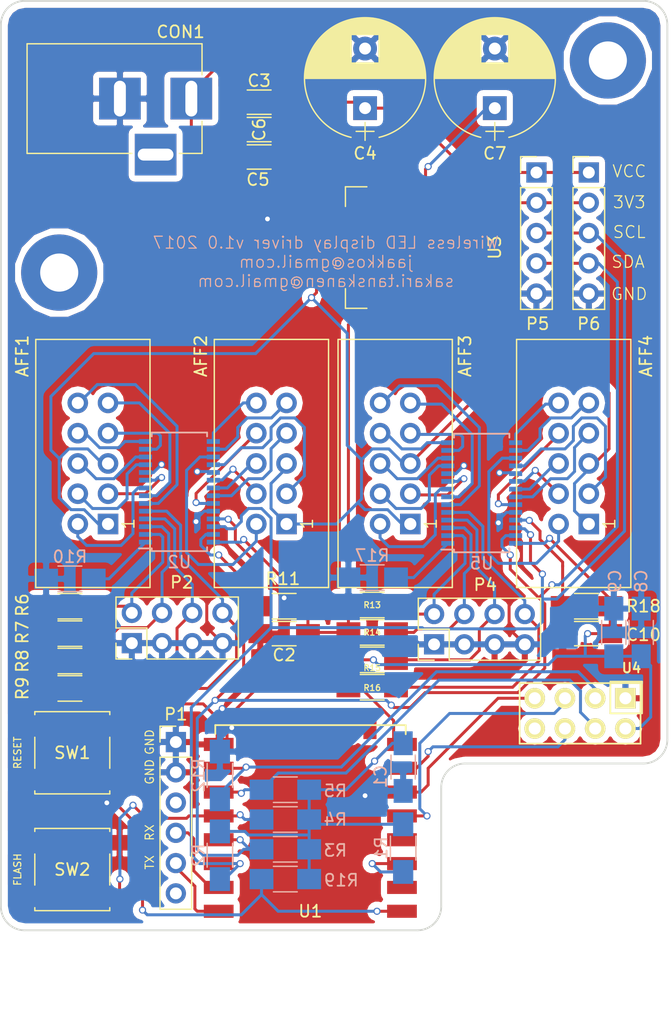
<source format=kicad_pcb>
(kicad_pcb (version 4) (host pcbnew 4.0.5-e0-6337~49~ubuntu16.04.1)
  (layers (0 F.Cu signal) (31 B.Cu signal) (34 B.Paste user) (35 F.Paste user) (36 B.SilkS user) (37 F.SilkS user) (38 B.Mask user) (39 F.Mask user) (44 Edge.Cuts user))
  (net 0 "")
  (net 1 VCC)
  (net 2 "Net-(AFF1-Pad2)")
  (net 3 "Net-(AFF1-Pad3)")
  (net 4 "Net-(AFF1-Pad4)")
  (net 5 "Net-(AFF1-Pad6)")
  (net 6 "Net-(AFF1-Pad7)")
  (net 7 "Net-(AFF1-Pad8)")
  (net 8 "Net-(AFF1-Pad9)")
  (net 9 "Net-(AFF1-Pad10)")
  (net 10 "Net-(AFF2-Pad2)")
  (net 11 "Net-(AFF2-Pad3)")
  (net 12 "Net-(AFF2-Pad4)")
  (net 13 "Net-(AFF2-Pad6)")
  (net 14 "Net-(AFF2-Pad7)")
  (net 15 "Net-(AFF2-Pad8)")
  (net 16 "Net-(AFF2-Pad9)")
  (net 17 "Net-(AFF2-Pad10)")
  (net 18 "Net-(AFF3-Pad2)")
  (net 19 "Net-(AFF3-Pad3)")
  (net 20 "Net-(AFF3-Pad4)")
  (net 21 "Net-(AFF3-Pad6)")
  (net 22 "Net-(AFF3-Pad7)")
  (net 23 "Net-(AFF3-Pad8)")
  (net 24 "Net-(AFF3-Pad9)")
  (net 25 "Net-(AFF3-Pad10)")
  (net 26 "Net-(AFF4-Pad2)")
  (net 27 "Net-(AFF4-Pad3)")
  (net 28 "Net-(AFF4-Pad4)")
  (net 29 "Net-(AFF4-Pad6)")
  (net 30 "Net-(AFF4-Pad7)")
  (net 31 "Net-(AFF4-Pad8)")
  (net 32 "Net-(AFF4-Pad9)")
  (net 33 "Net-(AFF4-Pad10)")
  (net 34 3V3)
  (net 35 Earth)
  (net 36 ESP_GPIO0)
  (net 37 ESP_RST)
  (net 38 UART_RX)
  (net 39 UART_TX)
  (net 40 "Net-(P2-Pad2)")
  (net 41 "Net-(P2-Pad4)")
  (net 42 "Net-(P2-Pad6)")
  (net 43 "Net-(P2-Pad8)")
  (net 44 "Net-(P4-Pad2)")
  (net 45 "Net-(P4-Pad4)")
  (net 46 "Net-(P4-Pad6)")
  (net 47 "Net-(P4-Pad8)")
  (net 48 SCL)
  (net 49 SDA)
  (net 50 "Net-(R1-Pad2)")
  (net 51 NRF_CSN)
  (net 52 "Net-(R10-Pad1)")
  (net 53 "Net-(R11-Pad1)")
  (net 54 NRF_CE)
  (net 55 "Net-(R17-Pad1)")
  (net 56 "Net-(R18-Pad1)")
  (net 57 SPI_CLK)
  (net 58 MISO)
  (net 59 MOSI)
  (module Mounting_Holes:MountingHole_3.2mm_M3_Pad (layer F.Cu) (at 47.9 124.8)
    (fp_text reference REF** hide)
    (fp_text value MountingHole_3.2mm_M3_Pad)
    (pad 1 thru_hole circle (at 0 0) (size 6.4 6.4) (drill 3.2) (layers *.Cu *.Mask))
  )
  (module Connect:IDC_Header_Straight_10pins (layer F.Cu) (at 52 145.9 90)
    (fp_text reference AFF1 (at 14.1 -7.2 90) (layer F.SilkS))
    (fp_text value "Display 1")
    (fp_text user 1 (at 0.02 1.72 90) (layer F.SilkS) (effects (font (thickness 0.12))))
    (pad 1 thru_hole rect (at 0 0 90) (size 1.7272 1.7272) (drill 1.016) (layers *.Cu *.Mask) (net 1 VCC))
    (pad 2 thru_hole oval (at 0 -2.54 90) (size 1.7272 1.7272) (drill 1.016) (layers *.Cu *.Mask) (net 2 "Net-(AFF1-Pad2)"))
    (pad 3 thru_hole oval (at 2.54 0 90) (size 1.7272 1.7272) (drill 1.016) (layers *.Cu *.Mask) (net 3 "Net-(AFF1-Pad3)"))
    (pad 4 thru_hole oval (at 2.54 -2.54 90) (size 1.7272 1.7272) (drill 1.016) (layers *.Cu *.Mask) (net 4 "Net-(AFF1-Pad4)"))
    (pad 5 thru_hole oval (at 5.08 0 90) (size 1.7272 1.7272) (drill 1.016) (layers *.Cu *.Mask) (net 1 VCC))
    (pad 6 thru_hole oval (at 5.08 -2.54 90) (size 1.7272 1.7272) (drill 1.016) (layers *.Cu *.Mask) (net 5 "Net-(AFF1-Pad6)"))
    (pad 7 thru_hole oval (at 7.62 0 90) (size 1.7272 1.7272) (drill 1.016) (layers *.Cu *.Mask) (net 6 "Net-(AFF1-Pad7)"))
    (pad 8 thru_hole oval (at 7.62 -2.54 90) (size 1.7272 1.7272) (drill 1.016) (layers *.Cu *.Mask) (net 7 "Net-(AFF1-Pad8)"))
    (pad 9 thru_hole oval (at 10.16 0 90) (size 1.7272 1.7272) (drill 1.016) (layers *.Cu *.Mask) (net 8 "Net-(AFF1-Pad9)"))
    (pad 10 thru_hole oval (at 10.16 -2.54 90) (size 1.7272 1.7272) (drill 1.016) (layers *.Cu *.Mask) (net 9 "Net-(AFF1-Pad10)"))
  )
  (module Connect:IDC_Header_Straight_10pins (layer F.Cu) (at 67 145.9 90)
    (fp_text reference AFF2 (at 14.1 -7.2 90) (layer F.SilkS))
    (fp_text value "Display 2")
    (fp_text user 1 (at 0.02 1.72 90) (layer F.SilkS) (effects (font (thickness 0.12))))
    (pad 1 thru_hole rect (at 0 0 90) (size 1.7272 1.7272) (drill 1.016) (layers *.Cu *.Mask) (net 1 VCC))
    (pad 2 thru_hole oval (at 0 -2.54 90) (size 1.7272 1.7272) (drill 1.016) (layers *.Cu *.Mask) (net 10 "Net-(AFF2-Pad2)"))
    (pad 3 thru_hole oval (at 2.54 0 90) (size 1.7272 1.7272) (drill 1.016) (layers *.Cu *.Mask) (net 11 "Net-(AFF2-Pad3)"))
    (pad 4 thru_hole oval (at 2.54 -2.54 90) (size 1.7272 1.7272) (drill 1.016) (layers *.Cu *.Mask) (net 12 "Net-(AFF2-Pad4)"))
    (pad 5 thru_hole oval (at 5.08 0 90) (size 1.7272 1.7272) (drill 1.016) (layers *.Cu *.Mask) (net 1 VCC))
    (pad 6 thru_hole oval (at 5.08 -2.54 90) (size 1.7272 1.7272) (drill 1.016) (layers *.Cu *.Mask) (net 13 "Net-(AFF2-Pad6)"))
    (pad 7 thru_hole oval (at 7.62 0 90) (size 1.7272 1.7272) (drill 1.016) (layers *.Cu *.Mask) (net 14 "Net-(AFF2-Pad7)"))
    (pad 8 thru_hole oval (at 7.62 -2.54 90) (size 1.7272 1.7272) (drill 1.016) (layers *.Cu *.Mask) (net 15 "Net-(AFF2-Pad8)"))
    (pad 9 thru_hole oval (at 10.16 0 90) (size 1.7272 1.7272) (drill 1.016) (layers *.Cu *.Mask) (net 16 "Net-(AFF2-Pad9)"))
    (pad 10 thru_hole oval (at 10.16 -2.54 90) (size 1.7272 1.7272) (drill 1.016) (layers *.Cu *.Mask) (net 17 "Net-(AFF2-Pad10)"))
  )
  (module Connect:IDC_Header_Straight_10pins (layer F.Cu) (at 77.4 145.9 90)
    (fp_text reference AFF3 (at 14.1 4.6 90) (layer F.SilkS))
    (fp_text value "Display 3")
    (fp_text user 1 (at 0.02 1.72 90) (layer F.SilkS) (effects (font (thickness 0.12))))
    (pad 1 thru_hole rect (at 0 0 90) (size 1.7272 1.7272) (drill 1.016) (layers *.Cu *.Mask) (net 1 VCC))
    (pad 2 thru_hole oval (at 0 -2.54 90) (size 1.7272 1.7272) (drill 1.016) (layers *.Cu *.Mask) (net 18 "Net-(AFF3-Pad2)"))
    (pad 3 thru_hole oval (at 2.54 0 90) (size 1.7272 1.7272) (drill 1.016) (layers *.Cu *.Mask) (net 19 "Net-(AFF3-Pad3)"))
    (pad 4 thru_hole oval (at 2.54 -2.54 90) (size 1.7272 1.7272) (drill 1.016) (layers *.Cu *.Mask) (net 20 "Net-(AFF3-Pad4)"))
    (pad 5 thru_hole oval (at 5.08 0 90) (size 1.7272 1.7272) (drill 1.016) (layers *.Cu *.Mask) (net 1 VCC))
    (pad 6 thru_hole oval (at 5.08 -2.54 90) (size 1.7272 1.7272) (drill 1.016) (layers *.Cu *.Mask) (net 21 "Net-(AFF3-Pad6)"))
    (pad 7 thru_hole oval (at 7.62 0 90) (size 1.7272 1.7272) (drill 1.016) (layers *.Cu *.Mask) (net 22 "Net-(AFF3-Pad7)"))
    (pad 8 thru_hole oval (at 7.62 -2.54 90) (size 1.7272 1.7272) (drill 1.016) (layers *.Cu *.Mask) (net 23 "Net-(AFF3-Pad8)"))
    (pad 9 thru_hole oval (at 10.16 0 90) (size 1.7272 1.7272) (drill 1.016) (layers *.Cu *.Mask) (net 24 "Net-(AFF3-Pad9)"))
    (pad 10 thru_hole oval (at 10.16 -2.54 90) (size 1.7272 1.7272) (drill 1.016) (layers *.Cu *.Mask) (net 25 "Net-(AFF3-Pad10)"))
  )
  (module Connect:IDC_Header_Straight_10pins (layer F.Cu) (at 92.4 145.9 90)
    (fp_text reference AFF4 (at 14.1 4.8 90) (layer F.SilkS))
    (fp_text value "Display 4")
    (fp_text user 1 (at 0.02 1.72 90) (layer F.SilkS) (effects (font (thickness 0.12))))
    (pad 1 thru_hole rect (at 0 0 90) (size 1.7272 1.7272) (drill 1.016) (layers *.Cu *.Mask) (net 1 VCC))
    (pad 2 thru_hole oval (at 0 -2.54 90) (size 1.7272 1.7272) (drill 1.016) (layers *.Cu *.Mask) (net 26 "Net-(AFF4-Pad2)"))
    (pad 3 thru_hole oval (at 2.54 0 90) (size 1.7272 1.7272) (drill 1.016) (layers *.Cu *.Mask) (net 27 "Net-(AFF4-Pad3)"))
    (pad 4 thru_hole oval (at 2.54 -2.54 90) (size 1.7272 1.7272) (drill 1.016) (layers *.Cu *.Mask) (net 28 "Net-(AFF4-Pad4)"))
    (pad 5 thru_hole oval (at 5.08 0 90) (size 1.7272 1.7272) (drill 1.016) (layers *.Cu *.Mask) (net 1 VCC))
    (pad 6 thru_hole oval (at 5.08 -2.54 90) (size 1.7272 1.7272) (drill 1.016) (layers *.Cu *.Mask) (net 29 "Net-(AFF4-Pad6)"))
    (pad 7 thru_hole oval (at 7.62 0 90) (size 1.7272 1.7272) (drill 1.016) (layers *.Cu *.Mask) (net 30 "Net-(AFF4-Pad7)"))
    (pad 8 thru_hole oval (at 7.62 -2.54 90) (size 1.7272 1.7272) (drill 1.016) (layers *.Cu *.Mask) (net 31 "Net-(AFF4-Pad8)"))
    (pad 9 thru_hole oval (at 10.16 0 90) (size 1.7272 1.7272) (drill 1.016) (layers *.Cu *.Mask) (net 32 "Net-(AFF4-Pad9)"))
    (pad 10 thru_hole oval (at 10.16 -2.54 90) (size 1.7272 1.7272) (drill 1.016) (layers *.Cu *.Mask) (net 33 "Net-(AFF4-Pad10)"))
  )
  (module Capacitors_SMD:C_1206_HandSoldering (layer B.Cu) (at 76.8 166.3 270)
    (fp_text reference C1 (at 0.8 1.9 270) (layer B.SilkS) (effects (justify mirror)))
    (fp_text value 10uF)
    (pad 1 smd rect (at -2 0 270) (size 2 1.6) (layers B.Cu B.Paste B.Mask) (net 34 3V3))
    (pad 2 smd rect (at 2 0 270) (size 2 1.6) (layers B.Cu B.Paste B.Mask) (net 35 Earth))
  )
  (module Capacitors_SMD:C_1206_HandSoldering (layer F.Cu) (at 66.8 155.1)
    (fp_text reference C2 (at 0 1.8) (layer F.SilkS))
    (fp_text value 10uF)
    (pad 1 smd rect (at -2 0) (size 2 1.6) (layers F.Cu F.Paste F.Mask) (net 35 Earth))
    (pad 2 smd rect (at 2 0) (size 2 1.6) (layers F.Cu F.Paste F.Mask) (net 34 3V3))
  )
  (module Capacitors_SMD:C_1206_HandSoldering (layer F.Cu) (at 64.7 110.5 180)
    (fp_text reference C3 (at 0 1.8 180) (layer F.SilkS))
    (fp_text value 10uF)
    (pad 1 smd rect (at -2 0 180) (size 2 1.6) (layers F.Cu F.Paste F.Mask) (net 1 VCC))
    (pad 2 smd rect (at 2 0 180) (size 2 1.6) (layers F.Cu F.Paste F.Mask) (net 35 Earth))
  )
  (module Capacitors_ThroughHole:CP_Radial_D10.0mm_P5.00mm (layer F.Cu) (at 73.6 111 90)
    (fp_text reference C4 (at -3.8 0 180) (layer F.SilkS))
    (fp_text value 1000uF)
    (pad 1 thru_hole rect (at 0 0 90) (size 2 2) (drill 1) (layers *.Cu *.Mask) (net 1 VCC))
    (pad 2 thru_hole circle (at 5 0 90) (size 2 2) (drill 1) (layers *.Cu *.Mask) (net 35 Earth))
  )
  (module Capacitors_SMD:C_1206_HandSoldering (layer F.Cu) (at 64.7 115.1 180)
    (fp_text reference C5 (at 0.1 -1.9 180) (layer F.SilkS))
    (fp_text value 10uF)
    (pad 1 smd rect (at -2 0 180) (size 2 1.6) (layers F.Cu F.Paste F.Mask) (net 34 3V3))
    (pad 2 smd rect (at 2 0 180) (size 2 1.6) (layers F.Cu F.Paste F.Mask) (net 35 Earth))
  )
  (module Capacitors_SMD:C_1206_HandSoldering (layer F.Cu) (at 64.7 112.8 180)
    (fp_text reference C6 (at 0 0 450) (layer F.SilkS))
    (fp_text value 100uF)
    (pad 1 smd rect (at -2 0 180) (size 2 1.6) (layers F.Cu F.Paste F.Mask) (net 34 3V3))
    (pad 2 smd rect (at 2 0 180) (size 2 1.6) (layers F.Cu F.Paste F.Mask) (net 35 Earth))
  )
  (module Capacitors_ThroughHole:CP_Radial_D10.0mm_P5.00mm (layer F.Cu) (at 84.5 111 90)
    (fp_text reference C7 (at -3.8 0 180) (layer F.SilkS))
    (fp_text value 1000uF)
    (pad 1 thru_hole rect (at 0 0 90) (size 2 2) (drill 1) (layers *.Cu *.Mask) (net 34 3V3))
    (pad 2 thru_hole circle (at 5 0 90) (size 2 2) (drill 1) (layers *.Cu *.Mask) (net 35 Earth))
  )
  (module Capacitors_SMD:C_1206_HandSoldering (layer B.Cu) (at 96.8 155 90)
    (fp_text reference C8 (at 4.3 0 90) (layer B.SilkS) (effects (justify mirror)))
    (fp_text value 10uF)
    (pad 1 smd rect (at -2 0 90) (size 2 1.6) (layers B.Cu B.Paste B.Mask) (net 34 3V3))
    (pad 2 smd rect (at 2 0 90) (size 2 1.6) (layers B.Cu B.Paste B.Mask) (net 35 Earth))
  )
  (module Capacitors_SMD:C_1206_HandSoldering (layer B.Cu) (at 94.5 155 90)
    (fp_text reference C9 (at 4.3 0.1 90) (layer B.SilkS) (effects (justify mirror)))
    (fp_text value 100nF)
    (pad 1 smd rect (at -2 0 90) (size 2 1.6) (layers B.Cu B.Paste B.Mask) (net 34 3V3))
    (pad 2 smd rect (at 2 0 90) (size 2 1.6) (layers B.Cu B.Paste B.Mask) (net 35 Earth))
  )
  (module Capacitors_SMD:C_1206_HandSoldering (layer F.Cu) (at 92.2 155.1)
    (fp_text reference C10 (at 4.8 0.1 180) (layer F.SilkS))
    (fp_text value 10uF)
    (pad 1 smd rect (at -2 0) (size 2 1.6) (layers F.Cu F.Paste F.Mask) (net 35 Earth))
    (pad 2 smd rect (at 2 0) (size 2 1.6) (layers F.Cu F.Paste F.Mask) (net 34 3V3))
  )
  (module Connect:BARREL_JACK (layer F.Cu) (at 59 110.2)
    (fp_text reference CON1 (at -0.9 -5.6 180) (layer F.SilkS))
    (fp_text value "12V input")
    (pad 1 thru_hole rect (at 0 0) (size 3.5 3.5) (drill oval 1 3) (layers *.Cu *.Mask) (net 1 VCC))
    (pad 2 thru_hole rect (at -6 0) (size 3.5 3.5) (drill oval 1 3) (layers *.Cu *.Mask) (net 35 Earth))
    (pad 3 thru_hole rect (at -3 4.7) (size 3.5 3.5) (drill oval 3 1) (layers *.Cu *.Mask))
  )
  (module Pin_Headers:Pin_Header_Straight_2x04_Pitch2.54mm (layer F.Cu) (at 54 155.9 90)
    (fp_text reference P2 (at 5.1 4.2 180) (layer F.SilkS))
    (fp_text value "I2C addr select")
    (pad 1 thru_hole rect (at 0 0 90) (size 1.7 1.7) (drill 1) (layers *.Cu *.Mask) (net 35 Earth))
    (pad 2 thru_hole oval (at 2.54 0 90) (size 1.7 1.7) (drill 1) (layers *.Cu *.Mask) (net 40 "Net-(P2-Pad2)"))
    (pad 3 thru_hole oval (at 0 2.54 90) (size 1.7 1.7) (drill 1) (layers *.Cu *.Mask) (net 35 Earth))
    (pad 4 thru_hole oval (at 2.54 2.54 90) (size 1.7 1.7) (drill 1) (layers *.Cu *.Mask) (net 41 "Net-(P2-Pad4)"))
    (pad 5 thru_hole oval (at 0 5.08 90) (size 1.7 1.7) (drill 1) (layers *.Cu *.Mask) (net 35 Earth))
    (pad 6 thru_hole oval (at 2.54 5.08 90) (size 1.7 1.7) (drill 1) (layers *.Cu *.Mask) (net 42 "Net-(P2-Pad6)"))
    (pad 7 thru_hole oval (at 0 7.62 90) (size 1.7 1.7) (drill 1) (layers *.Cu *.Mask) (net 35 Earth))
    (pad 8 thru_hole oval (at 2.54 7.62 90) (size 1.7 1.7) (drill 1) (layers *.Cu *.Mask) (net 43 "Net-(P2-Pad8)"))
  )
  (module Pin_Headers:Pin_Header_Straight_2x04_Pitch2.54mm (layer F.Cu) (at 79.4 156 90)
    (fp_text reference P4 (at 5 4.3 360) (layer F.SilkS))
    (fp_text value "I2C addr select")
    (pad 1 thru_hole rect (at 0 0 90) (size 1.7 1.7) (drill 1) (layers *.Cu *.Mask) (net 35 Earth))
    (pad 2 thru_hole oval (at 2.54 0 90) (size 1.7 1.7) (drill 1) (layers *.Cu *.Mask) (net 44 "Net-(P4-Pad2)"))
    (pad 3 thru_hole oval (at 0 2.54 90) (size 1.7 1.7) (drill 1) (layers *.Cu *.Mask) (net 35 Earth))
    (pad 4 thru_hole oval (at 2.54 2.54 90) (size 1.7 1.7) (drill 1) (layers *.Cu *.Mask) (net 45 "Net-(P4-Pad4)"))
    (pad 5 thru_hole oval (at 0 5.08 90) (size 1.7 1.7) (drill 1) (layers *.Cu *.Mask) (net 35 Earth))
    (pad 6 thru_hole oval (at 2.54 5.08 90) (size 1.7 1.7) (drill 1) (layers *.Cu *.Mask) (net 46 "Net-(P4-Pad6)"))
    (pad 7 thru_hole oval (at 0 7.62 90) (size 1.7 1.7) (drill 1) (layers *.Cu *.Mask) (net 35 Earth))
    (pad 8 thru_hole oval (at 2.54 7.62 90) (size 1.7 1.7) (drill 1) (layers *.Cu *.Mask) (net 47 "Net-(P4-Pad8)"))
  )
  (module Pin_Headers:Pin_Header_Straight_1x05_Pitch2.54mm (layer F.Cu) (at 88 116.4)
    (fp_text reference P5 (at 0.1 12.7) (layer F.SilkS))
    (fp_text value "Interconnect 1")
    (pad 1 thru_hole rect (at 0 0) (size 1.7 1.7) (drill 1) (layers *.Cu *.Mask) (net 1 VCC))
    (pad 2 thru_hole oval (at 0 2.54) (size 1.7 1.7) (drill 1) (layers *.Cu *.Mask) (net 34 3V3))
    (pad 3 thru_hole oval (at 0 5.08) (size 1.7 1.7) (drill 1) (layers *.Cu *.Mask) (net 48 SCL))
    (pad 4 thru_hole oval (at 0 7.62) (size 1.7 1.7) (drill 1) (layers *.Cu *.Mask) (net 49 SDA))
    (pad 5 thru_hole oval (at 0 10.16) (size 1.7 1.7) (drill 1) (layers *.Cu *.Mask) (net 35 Earth))
  )
  (module Pin_Headers:Pin_Header_Straight_1x05_Pitch2.54mm (layer F.Cu) (at 92.4 116.4)
    (fp_text reference P6 (at 0 12.7) (layer F.SilkS))
    (fp_text value "Interconnect 2")
    (pad 1 thru_hole rect (at 0 0) (size 1.7 1.7) (drill 1) (layers *.Cu *.Mask) (net 1 VCC))
    (pad 2 thru_hole oval (at 0 2.54) (size 1.7 1.7) (drill 1) (layers *.Cu *.Mask) (net 34 3V3))
    (pad 3 thru_hole oval (at 0 5.08) (size 1.7 1.7) (drill 1) (layers *.Cu *.Mask) (net 48 SCL))
    (pad 4 thru_hole oval (at 0 7.62) (size 1.7 1.7) (drill 1) (layers *.Cu *.Mask) (net 49 SDA))
    (pad 5 thru_hole oval (at 0 10.16) (size 1.7 1.7) (drill 1) (layers *.Cu *.Mask) (net 35 Earth))
  )
  (module Resistors_SMD:R_1206_HandSoldering (layer B.Cu) (at 76.8 173.1 270)
    (fp_text reference R1 (at 0 1.85 270) (layer B.SilkS) (effects (justify mirror)))
    (fp_text value 10K)
    (pad 1 smd rect (at -2 0 270) (size 2 1.7) (layers B.Cu B.Paste B.Mask) (net 34 3V3))
    (pad 2 smd rect (at 2 0 270) (size 2 1.7) (layers B.Cu B.Paste B.Mask) (net 50 "Net-(R1-Pad2)"))
  )
  (module Resistors_SMD:R_1206_HandSoldering (layer B.Cu) (at 61.4 173.7 90)
    (fp_text reference R2 (at 0 -1.8 90) (layer B.SilkS) (effects (justify mirror)))
    (fp_text value 10K)
    (pad 1 smd rect (at -2 0 90) (size 2 1.7) (layers B.Cu B.Paste B.Mask) (net 48 SCL))
    (pad 2 smd rect (at 2 0 90) (size 2 1.7) (layers B.Cu B.Paste B.Mask) (net 34 3V3))
  )
  (module Resistors_SMD:R_1206_HandSoldering (layer B.Cu) (at 66.9 173.2)
    (fp_text reference R3 (at 4.2 0.1) (layer B.SilkS) (effects (justify mirror)))
    (fp_text value 10K)
    (pad 1 smd rect (at -2 0) (size 2 1.7) (layers B.Cu B.Paste B.Mask) (net 49 SDA))
    (pad 2 smd rect (at 2 0) (size 2 1.7) (layers B.Cu B.Paste B.Mask) (net 34 3V3))
  )
  (module Resistors_SMD:R_1206_HandSoldering (layer B.Cu) (at 66.9 170.7)
    (fp_text reference R4 (at 4.2 0) (layer B.SilkS) (effects (justify mirror)))
    (fp_text value 10K)
    (pad 1 smd rect (at -2 0) (size 2 1.7) (layers B.Cu B.Paste B.Mask) (net 36 ESP_GPIO0))
    (pad 2 smd rect (at 2 0) (size 2 1.7) (layers B.Cu B.Paste B.Mask) (net 34 3V3))
  )
  (module Resistors_SMD:R_1206_HandSoldering (layer B.Cu) (at 66.9 168.2)
    (fp_text reference R5 (at 4.2 0.1) (layer B.SilkS) (effects (justify mirror)))
    (fp_text value 10K)
    (pad 1 smd rect (at -2 0) (size 2 1.7) (layers B.Cu B.Paste B.Mask) (net 51 NRF_CSN))
    (pad 2 smd rect (at 2 0) (size 2 1.7) (layers B.Cu B.Paste B.Mask) (net 34 3V3))
  )
  (module Resistors_SMD:R_1206_HandSoldering (layer F.Cu) (at 48.8 152.8 180)
    (fp_text reference R6 (at 4 0.1 270) (layer F.SilkS))
    (fp_text value 10K)
    (pad 1 smd rect (at -2 0 180) (size 2 1.7) (layers F.Cu F.Paste F.Mask) (net 40 "Net-(P2-Pad2)"))
    (pad 2 smd rect (at 2 0 180) (size 2 1.7) (layers F.Cu F.Paste F.Mask) (net 34 3V3))
  )
  (module Resistors_SMD:R_1206_HandSoldering (layer F.Cu) (at 48.8 155.1 180)
    (fp_text reference R7 (at 4 0.1 270) (layer F.SilkS))
    (fp_text value 10K)
    (pad 1 smd rect (at -2 0 180) (size 2 1.7) (layers F.Cu F.Paste F.Mask) (net 41 "Net-(P2-Pad4)"))
    (pad 2 smd rect (at 2 0 180) (size 2 1.7) (layers F.Cu F.Paste F.Mask) (net 34 3V3))
  )
  (module Resistors_SMD:R_1206_HandSoldering (layer F.Cu) (at 48.8 157.4 180)
    (fp_text reference R8 (at 4 0 270) (layer F.SilkS))
    (fp_text value 10K)
    (pad 1 smd rect (at -2 0 180) (size 2 1.7) (layers F.Cu F.Paste F.Mask) (net 42 "Net-(P2-Pad6)"))
    (pad 2 smd rect (at 2 0 180) (size 2 1.7) (layers F.Cu F.Paste F.Mask) (net 34 3V3))
  )
  (module Resistors_SMD:R_1206_HandSoldering (layer F.Cu) (at 48.8 159.7 180)
    (fp_text reference R9 (at 4 0 270) (layer F.SilkS))
    (fp_text value 10K)
    (pad 1 smd rect (at -2 0 180) (size 2 1.7) (layers F.Cu F.Paste F.Mask) (net 43 "Net-(P2-Pad8)"))
    (pad 2 smd rect (at 2 0 180) (size 2 1.7) (layers F.Cu F.Paste F.Mask) (net 34 3V3))
  )
  (module Resistors_SMD:R_1206_HandSoldering (layer B.Cu) (at 48.8 150.5 180)
    (fp_text reference R10 (at 0 1.85 180) (layer B.SilkS) (effects (justify mirror)))
    (fp_text value 1K)
    (pad 1 smd rect (at -2 0 180) (size 2 1.7) (layers B.Cu B.Paste B.Mask) (net 52 "Net-(R10-Pad1)"))
    (pad 2 smd rect (at 2 0 180) (size 2 1.7) (layers B.Cu B.Paste B.Mask) (net 35 Earth))
  )
  (module Resistors_SMD:R_1206_HandSoldering (layer F.Cu) (at 66.8 152.8)
    (fp_text reference R11 (at -0.1 -2.3) (layer F.SilkS))
    (fp_text value 10K)
    (pad 1 smd rect (at -2 0) (size 2 1.7) (layers F.Cu F.Paste F.Mask) (net 53 "Net-(R11-Pad1)"))
    (pad 2 smd rect (at 2 0) (size 2 1.7) (layers F.Cu F.Paste F.Mask) (net 34 3V3))
  )
  (module Resistors_SMD:R_1206_HandSoldering (layer B.Cu) (at 61.4 167 270)
    (fp_text reference R12 (at 0 1.8 270) (layer B.SilkS) (effects (justify mirror)))
    (fp_text value 10K)
    (pad 1 smd rect (at -2 0 270) (size 2 1.7) (layers B.Cu B.Paste B.Mask) (net 35 Earth))
    (pad 2 smd rect (at 2 0 270) (size 2 1.7) (layers B.Cu B.Paste B.Mask) (net 54 NRF_CE))
  )
  (module Resistors_SMD:R_1206_HandSoldering (layer F.Cu) (at 74.2 152.7 180)
    (fp_text reference R13 (at 0 0 180) (layer F.SilkS) (effects (font (size 0.5 0.5) (thickness 0.1))))
    (fp_text value 10K)
    (pad 1 smd rect (at -2 0 180) (size 2 1.7) (layers F.Cu F.Paste F.Mask) (net 44 "Net-(P4-Pad2)"))
    (pad 2 smd rect (at 2 0 180) (size 2 1.7) (layers F.Cu F.Paste F.Mask) (net 34 3V3))
  )
  (module Resistors_SMD:R_1206_HandSoldering (layer F.Cu) (at 74.2 155 180)
    (fp_text reference R14 (at 0 0 180) (layer F.SilkS) (effects (font (size 0.5 0.5) (thickness 0.1))))
    (fp_text value 10K)
    (pad 1 smd rect (at -2 0 180) (size 2 1.7) (layers F.Cu F.Paste F.Mask) (net 45 "Net-(P4-Pad4)"))
    (pad 2 smd rect (at 2 0 180) (size 2 1.7) (layers F.Cu F.Paste F.Mask) (net 34 3V3))
  )
  (module Resistors_SMD:R_1206_HandSoldering (layer F.Cu) (at 74.2 157.3 180)
    (fp_text reference R15 (at 0 -0.675 180) (layer F.SilkS) (effects (font (size 0.5 0.5) (thickness 0.1))))
    (fp_text value 10K)
    (pad 1 smd rect (at -2 0 180) (size 2 1.7) (layers F.Cu F.Paste F.Mask) (net 46 "Net-(P4-Pad6)"))
    (pad 2 smd rect (at 2 0 180) (size 2 1.7) (layers F.Cu F.Paste F.Mask) (net 34 3V3))
  )
  (module Resistors_SMD:R_1206_HandSoldering (layer F.Cu) (at 74.2 159.6 180)
    (fp_text reference R16 (at 0 -0.05 180) (layer F.SilkS) (effects (font (size 0.5 0.5) (thickness 0.1))))
    (fp_text value 10K)
    (pad 1 smd rect (at -2 0 180) (size 2 1.7) (layers F.Cu F.Paste F.Mask) (net 47 "Net-(P4-Pad8)"))
    (pad 2 smd rect (at 2 0 180) (size 2 1.7) (layers F.Cu F.Paste F.Mask) (net 34 3V3))
  )
  (module Resistors_SMD:R_1206_HandSoldering (layer B.Cu) (at 74.2 150.4 180)
    (fp_text reference R17 (at 0 1.85 180) (layer B.SilkS) (effects (justify mirror)))
    (fp_text value 1K)
    (pad 1 smd rect (at -2 0 180) (size 2 1.7) (layers B.Cu B.Paste B.Mask) (net 55 "Net-(R17-Pad1)"))
    (pad 2 smd rect (at 2 0 180) (size 2 1.7) (layers B.Cu B.Paste B.Mask) (net 35 Earth))
  )
  (module Resistors_SMD:R_1206_HandSoldering (layer F.Cu) (at 92.2 152.8)
    (fp_text reference R18 (at 4.8 0) (layer F.SilkS))
    (fp_text value 10K)
    (pad 1 smd rect (at -2 0) (size 2 1.7) (layers F.Cu F.Paste F.Mask) (net 56 "Net-(R18-Pad1)"))
    (pad 2 smd rect (at 2 0) (size 2 1.7) (layers F.Cu F.Paste F.Mask) (net 34 3V3))
  )
  (module Housings_SSOP:TSSOP-28_4.4x9.7mm_Pitch0.65mm (layer B.Cu) (at 58 143.2)
    (fp_text reference U2 (at 0 5.9) (layer B.SilkS) (effects (justify mirror)))
    (fp_text value TLC59116IPWR)
    (pad 1 smd rect (at -2.85 4.225) (size 1.1 0.4) (layers B.Cu B.Paste B.Mask) (net 52 "Net-(R10-Pad1)"))
    (pad 2 smd rect (at -2.85 3.575) (size 1.1 0.4) (layers B.Cu B.Paste B.Mask) (net 40 "Net-(P2-Pad2)"))
    (pad 3 smd rect (at -2.85 2.925) (size 1.1 0.4) (layers B.Cu B.Paste B.Mask) (net 41 "Net-(P2-Pad4)"))
    (pad 4 smd rect (at -2.85 2.275) (size 1.1 0.4) (layers B.Cu B.Paste B.Mask) (net 42 "Net-(P2-Pad6)"))
    (pad 5 smd rect (at -2.85 1.625) (size 1.1 0.4) (layers B.Cu B.Paste B.Mask) (net 43 "Net-(P2-Pad8)"))
    (pad 6 smd rect (at -2.85 0.975) (size 1.1 0.4) (layers B.Cu B.Paste B.Mask) (net 9 "Net-(AFF1-Pad10)"))
    (pad 7 smd rect (at -2.85 0.325) (size 1.1 0.4) (layers B.Cu B.Paste B.Mask) (net 8 "Net-(AFF1-Pad9)"))
    (pad 8 smd rect (at -2.85 -0.325) (size 1.1 0.4) (layers B.Cu B.Paste B.Mask) (net 2 "Net-(AFF1-Pad2)"))
    (pad 9 smd rect (at -2.85 -0.975) (size 1.1 0.4) (layers B.Cu B.Paste B.Mask) (net 3 "Net-(AFF1-Pad3)"))
    (pad 10 smd rect (at -2.85 -1.625) (size 1.1 0.4) (layers B.Cu B.Paste B.Mask) (net 35 Earth))
    (pad 11 smd rect (at -2.85 -2.275) (size 1.1 0.4) (layers B.Cu B.Paste B.Mask) (net 4 "Net-(AFF1-Pad4)"))
    (pad 12 smd rect (at -2.85 -2.925) (size 1.1 0.4) (layers B.Cu B.Paste B.Mask) (net 5 "Net-(AFF1-Pad6)"))
    (pad 13 smd rect (at -2.85 -3.575) (size 1.1 0.4) (layers B.Cu B.Paste B.Mask) (net 6 "Net-(AFF1-Pad7)"))
    (pad 14 smd rect (at -2.85 -4.225) (size 1.1 0.4) (layers B.Cu B.Paste B.Mask) (net 7 "Net-(AFF1-Pad8)"))
    (pad 15 smd rect (at 2.85 -4.225) (size 1.1 0.4) (layers B.Cu B.Paste B.Mask) (net 17 "Net-(AFF2-Pad10)"))
    (pad 16 smd rect (at 2.85 -3.575) (size 1.1 0.4) (layers B.Cu B.Paste B.Mask) (net 16 "Net-(AFF2-Pad9)"))
    (pad 17 smd rect (at 2.85 -2.925) (size 1.1 0.4) (layers B.Cu B.Paste B.Mask) (net 10 "Net-(AFF2-Pad2)"))
    (pad 18 smd rect (at 2.85 -2.275) (size 1.1 0.4) (layers B.Cu B.Paste B.Mask) (net 11 "Net-(AFF2-Pad3)"))
    (pad 19 smd rect (at 2.85 -1.625) (size 1.1 0.4) (layers B.Cu B.Paste B.Mask) (net 35 Earth))
    (pad 20 smd rect (at 2.85 -0.975) (size 1.1 0.4) (layers B.Cu B.Paste B.Mask) (net 12 "Net-(AFF2-Pad4)"))
    (pad 21 smd rect (at 2.85 -0.325) (size 1.1 0.4) (layers B.Cu B.Paste B.Mask) (net 13 "Net-(AFF2-Pad6)"))
    (pad 22 smd rect (at 2.85 0.325) (size 1.1 0.4) (layers B.Cu B.Paste B.Mask) (net 14 "Net-(AFF2-Pad7)"))
    (pad 23 smd rect (at 2.85 0.975) (size 1.1 0.4) (layers B.Cu B.Paste B.Mask) (net 15 "Net-(AFF2-Pad8)"))
    (pad 24 smd rect (at 2.85 1.625) (size 1.1 0.4) (layers B.Cu B.Paste B.Mask) (net 35 Earth))
    (pad 25 smd rect (at 2.85 2.275) (size 1.1 0.4) (layers B.Cu B.Paste B.Mask) (net 53 "Net-(R11-Pad1)"))
    (pad 26 smd rect (at 2.85 2.925) (size 1.1 0.4) (layers B.Cu B.Paste B.Mask) (net 48 SCL))
    (pad 27 smd rect (at 2.85 3.575) (size 1.1 0.4) (layers B.Cu B.Paste B.Mask) (net 49 SDA))
    (pad 28 smd rect (at 2.85 4.225) (size 1.1 0.4) (layers B.Cu B.Paste B.Mask) (net 34 3V3))
  )
  (module TO_SOT_Packages_SMD:TO-263-3Lead (layer F.Cu) (at 74.1 122.7)
    (fp_text reference U3 (at 10.4 0 270) (layer F.SilkS))
    (fp_text value LD1086)
    (pad 2 smd rect (at -4.58 0) (size 4.6 1.39) (layers F.Cu F.Paste F.Mask) (net 34 3V3))
    (pad 2 smd rect (at 4.58 0) (size 9.4 10.8) (layers F.Cu F.Paste F.Mask) (net 34 3V3))
    (pad 3 smd rect (at -4.58 2.54) (size 4.6 1.39) (layers F.Cu F.Paste F.Mask) (net 1 VCC))
    (pad 1 smd rect (at -4.58 -2.54) (size 4.6 1.39) (layers F.Cu F.Paste F.Mask) (net 35 Earth))
  )
  (module mysensors_radios:NRF24L01 (layer F.Cu) (at 97 159)
    (fp_text reference U4 (at -1.016 -1.016) (layer F.SilkS) (effects (font (size 0.8 0.8) (thickness 0.16))))
    (fp_text value nRF24L01+ hide)
    (pad 7 thru_hole oval (at -9.144 1.524) (size 1.7272 1.7272) (drill 1.016) (layers *.Cu *.Mask F.SilkS) (net 58 MISO))
    (pad 8 thru_hole oval (at -9.144 4.064) (size 1.7272 1.7272) (drill 1.016) (layers *.Cu *.Mask F.SilkS))
    (pad 5 thru_hole oval (at -6.604 1.524) (size 1.7272 1.7272) (drill 1.016) (layers *.Cu *.Mask F.SilkS) (net 57 SPI_CLK))
    (pad 6 thru_hole oval (at -6.604 4.064) (size 1.7272 1.7272) (drill 1.016) (layers *.Cu *.Mask F.SilkS) (net 59 MOSI))
    (pad 3 thru_hole oval (at -4.064 1.524) (size 1.7272 1.7272) (drill 1.016) (layers *.Cu *.Mask F.SilkS) (net 54 NRF_CE))
    (pad 4 thru_hole oval (at -4.064 4.064) (size 1.7272 1.7272) (drill 1.016) (layers *.Cu *.Mask F.SilkS) (net 51 NRF_CSN))
    (pad 1 thru_hole rect (at -1.524 1.524) (size 1.7272 1.7272) (drill 1.016) (layers *.Cu *.Mask F.SilkS) (net 35 Earth))
    (pad 2 thru_hole oval (at -1.524 4.064) (size 1.7272 1.7272) (drill 1.016) (layers *.Cu *.Mask F.SilkS) (net 34 3V3))
  )
  (module Housings_SSOP:TSSOP-28_4.4x9.7mm_Pitch0.65mm (layer B.Cu) (at 83.4 143.3)
    (fp_text reference U5 (at 0 5.9) (layer B.SilkS) (effects (justify mirror)))
    (fp_text value TLC59116IPWR)
    (pad 1 smd rect (at -2.85 4.225) (size 1.1 0.4) (layers B.Cu B.Paste B.Mask) (net 55 "Net-(R17-Pad1)"))
    (pad 2 smd rect (at -2.85 3.575) (size 1.1 0.4) (layers B.Cu B.Paste B.Mask) (net 44 "Net-(P4-Pad2)"))
    (pad 3 smd rect (at -2.85 2.925) (size 1.1 0.4) (layers B.Cu B.Paste B.Mask) (net 45 "Net-(P4-Pad4)"))
    (pad 4 smd rect (at -2.85 2.275) (size 1.1 0.4) (layers B.Cu B.Paste B.Mask) (net 46 "Net-(P4-Pad6)"))
    (pad 5 smd rect (at -2.85 1.625) (size 1.1 0.4) (layers B.Cu B.Paste B.Mask) (net 47 "Net-(P4-Pad8)"))
    (pad 6 smd rect (at -2.85 0.975) (size 1.1 0.4) (layers B.Cu B.Paste B.Mask) (net 25 "Net-(AFF3-Pad10)"))
    (pad 7 smd rect (at -2.85 0.325) (size 1.1 0.4) (layers B.Cu B.Paste B.Mask) (net 24 "Net-(AFF3-Pad9)"))
    (pad 8 smd rect (at -2.85 -0.325) (size 1.1 0.4) (layers B.Cu B.Paste B.Mask) (net 18 "Net-(AFF3-Pad2)"))
    (pad 9 smd rect (at -2.85 -0.975) (size 1.1 0.4) (layers B.Cu B.Paste B.Mask) (net 19 "Net-(AFF3-Pad3)"))
    (pad 10 smd rect (at -2.85 -1.625) (size 1.1 0.4) (layers B.Cu B.Paste B.Mask) (net 35 Earth))
    (pad 11 smd rect (at -2.85 -2.275) (size 1.1 0.4) (layers B.Cu B.Paste B.Mask) (net 20 "Net-(AFF3-Pad4)"))
    (pad 12 smd rect (at -2.85 -2.925) (size 1.1 0.4) (layers B.Cu B.Paste B.Mask) (net 21 "Net-(AFF3-Pad6)"))
    (pad 13 smd rect (at -2.85 -3.575) (size 1.1 0.4) (layers B.Cu B.Paste B.Mask) (net 22 "Net-(AFF3-Pad7)"))
    (pad 14 smd rect (at -2.85 -4.225) (size 1.1 0.4) (layers B.Cu B.Paste B.Mask) (net 23 "Net-(AFF3-Pad8)"))
    (pad 15 smd rect (at 2.85 -4.225) (size 1.1 0.4) (layers B.Cu B.Paste B.Mask) (net 33 "Net-(AFF4-Pad10)"))
    (pad 16 smd rect (at 2.85 -3.575) (size 1.1 0.4) (layers B.Cu B.Paste B.Mask) (net 32 "Net-(AFF4-Pad9)"))
    (pad 17 smd rect (at 2.85 -2.925) (size 1.1 0.4) (layers B.Cu B.Paste B.Mask) (net 26 "Net-(AFF4-Pad2)"))
    (pad 18 smd rect (at 2.85 -2.275) (size 1.1 0.4) (layers B.Cu B.Paste B.Mask) (net 27 "Net-(AFF4-Pad3)"))
    (pad 19 smd rect (at 2.85 -1.625) (size 1.1 0.4) (layers B.Cu B.Paste B.Mask) (net 35 Earth))
    (pad 20 smd rect (at 2.85 -0.975) (size 1.1 0.4) (layers B.Cu B.Paste B.Mask) (net 28 "Net-(AFF4-Pad4)"))
    (pad 21 smd rect (at 2.85 -0.325) (size 1.1 0.4) (layers B.Cu B.Paste B.Mask) (net 29 "Net-(AFF4-Pad6)"))
    (pad 22 smd rect (at 2.85 0.325) (size 1.1 0.4) (layers B.Cu B.Paste B.Mask) (net 30 "Net-(AFF4-Pad7)"))
    (pad 23 smd rect (at 2.85 0.975) (size 1.1 0.4) (layers B.Cu B.Paste B.Mask) (net 31 "Net-(AFF4-Pad8)"))
    (pad 24 smd rect (at 2.85 1.625) (size 1.1 0.4) (layers B.Cu B.Paste B.Mask) (net 35 Earth))
    (pad 25 smd rect (at 2.85 2.275) (size 1.1 0.4) (layers B.Cu B.Paste B.Mask) (net 56 "Net-(R18-Pad1)"))
    (pad 26 smd rect (at 2.85 2.925) (size 1.1 0.4) (layers B.Cu B.Paste B.Mask) (net 48 SCL))
    (pad 27 smd rect (at 2.85 3.575) (size 1.1 0.4) (layers B.Cu B.Paste B.Mask) (net 49 SDA))
    (pad 28 smd rect (at 2.85 4.225) (size 1.1 0.4) (layers B.Cu B.Paste B.Mask) (net 34 3V3))
  )
  (module Pin_Headers:Pin_Header_Straight_1x06_Pitch2.54mm (layer F.Cu) (at 57.7 164.2)
    (fp_text reference P1 (at 0 -2.33) (layer F.SilkS))
    (fp_text value "Programming header")
    (pad 1 thru_hole rect (at 0 0) (size 1.7 1.7) (drill 1) (layers *.Cu *.Mask) (net 35 Earth))
    (pad 2 thru_hole oval (at 0 2.54) (size 1.7 1.7) (drill 1) (layers *.Cu *.Mask) (net 35 Earth))
    (pad 3 thru_hole oval (at 0 5.08) (size 1.7 1.7) (drill 1) (layers *.Cu *.Mask))
    (pad 4 thru_hole oval (at 0 7.62) (size 1.7 1.7) (drill 1) (layers *.Cu *.Mask) (net 38 UART_RX))
    (pad 5 thru_hole oval (at 0 10.16) (size 1.7 1.7) (drill 1) (layers *.Cu *.Mask) (net 39 UART_TX))
    (pad 6 thru_hole oval (at 0 12.7) (size 1.7 1.7) (drill 1) (layers *.Cu *.Mask))
  )
  (module Resistors_SMD:R_1206_HandSoldering (layer B.Cu) (at 66.9 175.7 180)
    (fp_text reference R19 (at -4.7 -0.1 180) (layer B.SilkS) (effects (justify mirror)))
    (fp_text value 10K)
    (pad 1 smd rect (at -2 0 180) (size 2 1.7) (layers B.Cu B.Paste B.Mask) (net 34 3V3))
    (pad 2 smd rect (at 2 0 180) (size 2 1.7) (layers B.Cu B.Paste B.Mask) (net 37 ESP_RST))
  )
  (module Buttons_Switches_SMD:SW_SPST_B3S-1000 (layer F.Cu) (at 49 165.1 180)
    (fp_text reference SW1 (at 0 0 180) (layer F.SilkS))
    (fp_text value SW_RESET)
    (pad 1 smd rect (at -3.975 -2.25 180) (size 1.55 1.3) (layers F.Cu F.Paste F.Mask) (net 37 ESP_RST))
    (pad 1 smd rect (at 3.975 -2.25 180) (size 1.55 1.3) (layers F.Cu F.Paste F.Mask) (net 37 ESP_RST))
    (pad 2 smd rect (at -3.975 2.25 180) (size 1.55 1.3) (layers F.Cu F.Paste F.Mask) (net 35 Earth))
    (pad 2 smd rect (at 3.975 2.25 180) (size 1.55 1.3) (layers F.Cu F.Paste F.Mask) (net 35 Earth))
  )
  (module Buttons_Switches_SMD:SW_SPST_B3S-1000 (layer F.Cu) (at 49 174.9 180)
    (fp_text reference SW2 (at 0 0 180) (layer F.SilkS))
    (fp_text value SW_FLASH)
    (pad 1 smd rect (at -3.975 -2.25 180) (size 1.55 1.3) (layers F.Cu F.Paste F.Mask) (net 36 ESP_GPIO0))
    (pad 1 smd rect (at 3.975 -2.25 180) (size 1.55 1.3) (layers F.Cu F.Paste F.Mask) (net 36 ESP_GPIO0))
    (pad 2 smd rect (at -3.975 2.25 180) (size 1.55 1.3) (layers F.Cu F.Paste F.Mask) (net 35 Earth))
    (pad 2 smd rect (at 3.975 2.25 180) (size 1.55 1.3) (layers F.Cu F.Paste F.Mask) (net 35 Earth))
  )
  (module ESP8266:ESP-12E_SMD (layer F.Cu) (at 76 178.4 180)
    (fp_text reference U1 (at 7 0 360) (layer F.SilkS))
    (fp_text value ESP-12E hide)
    (pad 1 smd rect (at 0 0 180) (size 2.5 1.1) (drill (offset -0.7 0)) (layers F.Cu F.Paste F.Mask) (net 37 ESP_RST))
    (pad 2 smd rect (at 0 2 180) (size 2.5 1.1) (drill (offset -0.7 0)) (layers F.Cu F.Paste F.Mask))
    (pad 3 smd rect (at 0 4 180) (size 2.5 1.1) (drill (offset -0.7 0)) (layers F.Cu F.Paste F.Mask) (net 50 "Net-(R1-Pad2)"))
    (pad 4 smd rect (at 0 6 180) (size 2.5 1.1) (drill (offset -0.7 0)) (layers F.Cu F.Paste F.Mask))
    (pad 5 smd rect (at 0 8 180) (size 2.5 1.1) (drill (offset -0.7 0)) (layers F.Cu F.Paste F.Mask) (net 57 SPI_CLK))
    (pad 6 smd rect (at 0 10 180) (size 2.5 1.1) (drill (offset -0.7 0)) (layers F.Cu F.Paste F.Mask) (net 58 MISO))
    (pad 7 smd rect (at 0 12 180) (size 2.5 1.1) (drill (offset -0.7 0)) (layers F.Cu F.Paste F.Mask) (net 59 MOSI))
    (pad 8 smd rect (at 0 14 180) (size 2.5 1.1) (drill (offset -0.7 0)) (layers F.Cu F.Paste F.Mask) (net 34 3V3))
    (pad 9 smd rect (at 14 14 180) (size 2.5 1.1) (drill (offset 0.7 0)) (layers F.Cu F.Paste F.Mask) (net 35 Earth))
    (pad 10 smd rect (at 14 12 180) (size 2.5 1.1) (drill (offset 0.7 0)) (layers F.Cu F.Paste F.Mask) (net 54 NRF_CE))
    (pad 11 smd rect (at 14 10 180) (size 2.5 1.1) (drill (offset 0.7 0)) (layers F.Cu F.Paste F.Mask) (net 51 NRF_CSN))
    (pad 12 smd rect (at 14 8 180) (size 2.5 1.1) (drill (offset 0.7 0)) (layers F.Cu F.Paste F.Mask) (net 36 ESP_GPIO0))
    (pad 13 smd rect (at 14 6 180) (size 2.5 1.1) (drill (offset 0.7 0)) (layers F.Cu F.Paste F.Mask) (net 49 SDA))
    (pad 14 smd rect (at 14 4 180) (size 2.5 1.1) (drill (offset 0.7 0)) (layers F.Cu F.Paste F.Mask) (net 48 SCL))
    (pad 15 smd rect (at 14 2 180) (size 2.5 1.1) (drill (offset 0.7 0)) (layers F.Cu F.Paste F.Mask) (net 38 UART_RX))
    (pad 16 smd rect (at 14 0 180) (size 2.5 1.1) (drill (offset 0.7 0)) (layers F.Cu F.Paste F.Mask) (net 39 UART_TX))
    (pad 17 smd rect (at 1.99 15 270) (size 2.5 1.1) (drill (offset -0.7 0)) (layers F.Cu F.Paste F.Mask))
    (pad 18 smd rect (at 3.99 15 270) (size 2.5 1.1) (drill (offset -0.7 0)) (layers F.Cu F.Paste F.Mask))
    (pad 19 smd rect (at 5.99 15 270) (size 2.5 1.1) (drill (offset -0.7 0)) (layers F.Cu F.Paste F.Mask))
    (pad 20 smd rect (at 7.99 15 270) (size 2.5 1.1) (drill (offset -0.7 0)) (layers F.Cu F.Paste F.Mask))
    (pad 21 smd rect (at 9.99 15 270) (size 2.5 1.1) (drill (offset -0.7 0)) (layers F.Cu F.Paste F.Mask))
    (pad 22 smd rect (at 11.99 15 270) (size 2.5 1.1) (drill (offset -0.7 0)) (layers F.Cu F.Paste F.Mask))
  )
  (module Mounting_Holes:MountingHole_3.2mm_M3_Pad (layer F.Cu) (at 94 107)
    (fp_text reference REF** hide)
    (fp_text value MountingHole_3.2mm_M3_Pad)
    (pad 1 thru_hole circle (at 0 0) (size 6.4 6.4) (drill 3.2) (layers *.Cu *.Mask))
  )
  (gr_text RESET (at 44.4 165.1 90) (layer F.SilkS) (effects (font (size 0.6 0.6) (thickness 0.1))))
  (gr_text FLASH (at 44.4 174.9 90) (layer F.SilkS) (effects (font (size 0.6 0.6) (thickness 0.1))))
  (gr_text "Wireless LED display driver v1.0 2017\njaakkos@gmail.com\nsakari.tanskanen@gmail.com" (at 70.3 123.9) (layer B.SilkS) (effects (font (size 1 1) (thickness 0.1)) (justify mirror)))
  (gr_text TX (at 55.5 174.3 90) (layer F.SilkS) (effects (font (size 0.7 0.7) (thickness 0.1))))
  (gr_text RX (at 55.5 171.8 90) (layer F.SilkS) (effects (font (size 0.7 0.7) (thickness 0.1))))
  (gr_text GND (at 55.5 166.7 90) (layer F.SilkS) (effects (font (size 0.7 0.7) (thickness 0.1))))
  (gr_text GND (at 55.5 164.2 90) (layer F.SilkS) (effects (font (size 0.7 0.7) (thickness 0.1))))
  (gr_text GND (at 95.8 126.6) (layer F.SilkS) (effects (font (size 1 1) (thickness 0.1))))
  (gr_text SDA (at 95.7 123.9) (layer F.SilkS) (effects (font (size 1 1) (thickness 0.1))))
  (gr_text SCL (at 95.8 121.4) (layer F.SilkS) (effects (font (size 1 1) (thickness 0.1))))
  (gr_text 3V3 (at 95.8 118.9) (layer F.SilkS) (effects (font (size 1 1) (thickness 0.1))))
  (gr_text VCC (at 95.8 116.3) (layer F.SilkS) (effects (font (size 1 1) (thickness 0.1))))
  (gr_arc (start 45 178) (end 45 180) (angle 90) (layer Edge.Cuts) (width 0.15))
  (gr_arc (start 78 178) (end 80 178) (angle 90) (layer Edge.Cuts) (width 0.15))
  (gr_arc (start 82 168) (end 80 168) (angle 90) (layer Edge.Cuts) (width 0.15))
  (gr_arc (start 97 164) (end 99 164) (angle 90) (layer Edge.Cuts) (width 0.15))
  (gr_arc (start 97 104) (end 97 102) (angle 90) (layer Edge.Cuts) (width 0.15))
  (gr_arc (start 45 104) (end 43 104) (angle 90) (layer Edge.Cuts) (width 0.15))
  (gr_line (start 43 178) (end 43 104) (angle 90) (layer Edge.Cuts) (width 0.15))
  (gr_line (start 78 180) (end 45 180) (angle 90) (layer Edge.Cuts) (width 0.15))
  (gr_line (start 80 168) (end 80 178) (angle 90) (layer Edge.Cuts) (width 0.15))
  (gr_line (start 97 166) (end 82 166) (angle 90) (layer Edge.Cuts) (width 0.15))
  (gr_line (start 99 104) (end 99 164) (angle 90) (layer Edge.Cuts) (width 0.15))
  (gr_line (start 45 102) (end 97 102) (angle 90) (layer Edge.Cuts) (width 0.15))
  (segment (start 47.2 135.2) (end 50.8 131.6) (width 0.25) (layer B.Cu) (net 1))
  (segment (start 47.2 135.2) (end 47.2 139.7) (width 0.25) (layer B.Cu) (net 1))
  (segment (start 47.9 140.4) (end 47.2 139.7) (width 0.25) (layer B.Cu) (net 1))
  (segment (start 64.4 131.6) (end 69.1 126.9) (width 0.25) (layer B.Cu) (net 1))
  (segment (start 50.8 131.6) (end 64.4 131.6) (width 0.25) (layer B.Cu) (net 1))
  (segment (start 59 110.2) (end 59 109.7) (width 0.25) (layer F.Cu) (net 1))
  (segment (start 59 109.7) (end 60.9 107.8) (width 0.25) (layer F.Cu) (net 1))
  (segment (start 64 107.8) (end 66.7 110.5) (width 0.25) (layer F.Cu) (net 1))
  (segment (start 60.9 107.8) (end 64 107.8) (width 0.25) (layer F.Cu) (net 1))
  (segment (start 59 110.2) (end 59 109) (width 0.25) (layer F.Cu) (net 1))
  (segment (start 69.52 125.24) (end 64.74 125.24) (width 0.25) (layer F.Cu) (net 1))
  (segment (start 59 119.5) (end 59 110.2) (width 0.25) (layer F.Cu) (net 1))
  (segment (start 64.74 125.24) (end 59 119.5) (width 0.25) (layer F.Cu) (net 1))
  (segment (start 73.6 111) (end 76.9 111) (width 0.25) (layer F.Cu) (net 1))
  (segment (start 82.3 116.4) (end 88 116.4) (width 0.25) (layer F.Cu) (net 1))
  (segment (start 76.9 111) (end 82.3 116.4) (width 0.25) (layer F.Cu) (net 1))
  (segment (start 66.7 110.5) (end 73.1 110.5) (width 0.25) (layer F.Cu) (net 1))
  (segment (start 73.1 110.5) (end 73.6 111) (width 0.25) (layer F.Cu) (net 1))
  (segment (start 92.4 140.82) (end 92.88 140.82) (width 0.25) (layer F.Cu) (net 1))
  (segment (start 92.88 140.82) (end 94.1 139.6) (width 0.25) (layer F.Cu) (net 1))
  (segment (start 94.1 139.6) (end 94.1 134.9) (width 0.25) (layer F.Cu) (net 1))
  (segment (start 94.1 134.9) (end 93.3 134.1) (width 0.25) (layer F.Cu) (net 1))
  (segment (start 93.3 134.1) (end 84.12 134.1) (width 0.25) (layer F.Cu) (net 1))
  (segment (start 84.12 134.1) (end 77.4 140.82) (width 0.25) (layer F.Cu) (net 1))
  (segment (start 77.4 145.9) (end 76.7 145.9) (width 0.25) (layer B.Cu) (net 1))
  (segment (start 76.7 145.9) (end 75.5 144.7) (width 0.25) (layer B.Cu) (net 1))
  (segment (start 75.5 144.7) (end 73.6 144.7) (width 0.25) (layer B.Cu) (net 1))
  (segment (start 73.6 144.7) (end 73 144.1) (width 0.25) (layer B.Cu) (net 1))
  (segment (start 73.3 140.5) (end 72.1 139.3) (width 0.25) (layer B.Cu) (net 1))
  (segment (start 72.1 139.3) (end 72.1 129.9) (width 0.25) (layer B.Cu) (net 1))
  (segment (start 72.1 129.9) (end 69.1 126.9) (width 0.25) (layer B.Cu) (net 1))
  (segment (start 69.52 126.48) (end 69.52 125.24) (width 0.25) (layer F.Cu) (net 1))
  (via (at 69.1 126.9) (size 0.6) (drill 0.4) (layers F.Cu B.Cu) (net 1))
  (segment (start 69.1 126.9) (end 69.52 126.48) (width 0.25) (layer F.Cu) (net 1))
  (segment (start 67 145.9) (end 71.2 145.9) (width 0.25) (layer B.Cu) (net 1))
  (segment (start 71.2 145.9) (end 73 144.1) (width 0.25) (layer B.Cu) (net 1))
  (segment (start 73 144.1) (end 73.3 143.8) (width 0.25) (layer B.Cu) (net 1))
  (segment (start 88 116.4) (end 92.4 116.4) (width 0.25) (layer F.Cu) (net 1))
  (segment (start 59 110.2) (end 59.4 110.2) (width 0.25) (layer F.Cu) (net 1))
  (segment (start 91.2 144.8) (end 92.4 146) (width 0.25) (layer B.Cu) (net 1))
  (segment (start 91.2 142.5) (end 91.2 144.8) (width 0.25) (layer B.Cu) (net 1))
  (segment (start 92.4 141.3) (end 91.2 142.5) (width 0.25) (layer B.Cu) (net 1))
  (segment (start 92.4 140.92) (end 92.4 141.3) (width 0.25) (layer B.Cu) (net 1))
  (segment (start 73.3 140.5) (end 73.3 143.8) (width 0.25) (layer B.Cu) (net 1))
  (segment (start 76.92 140.92) (end 75.6 139.6) (width 0.25) (layer B.Cu) (net 1))
  (segment (start 75.6 139.6) (end 74.2 139.6) (width 0.25) (layer B.Cu) (net 1))
  (segment (start 74.2 139.6) (end 73.3 140.5) (width 0.25) (layer B.Cu) (net 1))
  (segment (start 77.4 140.92) (end 76.92 140.92) (width 0.25) (layer B.Cu) (net 1))
  (segment (start 52 140.82) (end 51.52 140.82) (width 0.25) (layer B.Cu) (net 1))
  (segment (start 51.52 140.82) (end 50.3 139.6) (width 0.25) (layer B.Cu) (net 1))
  (segment (start 50.3 139.6) (end 48.7 139.6) (width 0.25) (layer B.Cu) (net 1))
  (segment (start 48.7 139.6) (end 47.9 140.4) (width 0.25) (layer B.Cu) (net 1))
  (segment (start 47.9 140.4) (end 47.9 143.7) (width 0.25) (layer B.Cu) (net 1))
  (segment (start 47.9 143.7) (end 48.9 144.7) (width 0.25) (layer B.Cu) (net 1))
  (segment (start 48.9 144.7) (end 50 144.7) (width 0.25) (layer B.Cu) (net 1))
  (segment (start 50 144.7) (end 51.2 145.9) (width 0.25) (layer B.Cu) (net 1))
  (segment (start 51.2 145.9) (end 52 145.9) (width 0.25) (layer B.Cu) (net 1))
  (segment (start 67 140.82) (end 67 141.2) (width 0.25) (layer B.Cu) (net 1))
  (segment (start 67 141.2) (end 65.7 142.5) (width 0.25) (layer B.Cu) (net 1))
  (segment (start 65.7 142.5) (end 65.7 144.6) (width 0.25) (layer B.Cu) (net 1))
  (segment (start 65.7 144.6) (end 67 145.9) (width 0.25) (layer B.Cu) (net 1))
  (segment (start 49.46 145.9) (end 49.46 146.96) (width 0.25) (layer B.Cu) (net 2))
  (segment (start 54.525 142.875) (end 55.15 142.875) (width 0.25) (layer B.Cu) (net 2))
  (segment (start 54.1 143.3) (end 54.525 142.875) (width 0.25) (layer B.Cu) (net 2))
  (segment (start 54.1 146.7) (end 54.1 143.3) (width 0.25) (layer B.Cu) (net 2))
  (segment (start 53.1 147.7) (end 54.1 146.7) (width 0.25) (layer B.Cu) (net 2))
  (segment (start 50.2 147.7) (end 53.1 147.7) (width 0.25) (layer B.Cu) (net 2))
  (segment (start 49.46 146.96) (end 50.2 147.7) (width 0.25) (layer B.Cu) (net 2))
  (segment (start 56.5 142) (end 56.2 142) (width 0.25) (layer B.Cu) (net 3))
  (segment (start 55.14 143.36) (end 56.5 142) (width 0.25) (layer F.Cu) (net 3))
  (via (at 56.5 142) (size 0.6) (drill 0.4) (layers F.Cu B.Cu) (net 3))
  (segment (start 52 143.36) (end 55.14 143.36) (width 0.25) (layer F.Cu) (net 3))
  (segment (start 55.975 142.225) (end 55.15 142.225) (width 0.25) (layer B.Cu) (net 3))
  (segment (start 56.2 142) (end 55.975 142.225) (width 0.25) (layer B.Cu) (net 3))
  (segment (start 55.15 140.925) (end 54.375 140.925) (width 0.25) (layer B.Cu) (net 4))
  (segment (start 50.7 144.6) (end 49.46 143.36) (width 0.25) (layer B.Cu) (net 4))
  (segment (start 52.8 144.6) (end 50.7 144.6) (width 0.25) (layer B.Cu) (net 4))
  (segment (start 53.6 143.8) (end 52.8 144.6) (width 0.25) (layer B.Cu) (net 4))
  (segment (start 53.6 141.7) (end 53.6 143.8) (width 0.25) (layer B.Cu) (net 4))
  (segment (start 54.375 140.925) (end 53.6 141.7) (width 0.25) (layer B.Cu) (net 4))
  (segment (start 55.15 140.275) (end 54.325 140.275) (width 0.25) (layer B.Cu) (net 5))
  (segment (start 51 142.1) (end 49.72 140.82) (width 0.25) (layer B.Cu) (net 5))
  (segment (start 52.5 142.1) (end 51 142.1) (width 0.25) (layer B.Cu) (net 5))
  (segment (start 54.325 140.275) (end 52.5 142.1) (width 0.25) (layer B.Cu) (net 5))
  (segment (start 49.72 140.82) (end 49.46 140.82) (width 0.25) (layer B.Cu) (net 5))
  (segment (start 55.15 139.625) (end 56.075 139.625) (width 0.25) (layer B.Cu) (net 6))
  (segment (start 56.18 138.28) (end 52 138.28) (width 0.25) (layer B.Cu) (net 6))
  (segment (start 56.4 138.5) (end 56.18 138.28) (width 0.25) (layer B.Cu) (net 6))
  (segment (start 56.4 139.3) (end 56.4 138.5) (width 0.25) (layer B.Cu) (net 6))
  (segment (start 56.075 139.625) (end 56.4 139.3) (width 0.25) (layer B.Cu) (net 6))
  (segment (start 55.15 138.975) (end 53.425 138.975) (width 0.25) (layer B.Cu) (net 7))
  (segment (start 51.3 139.5) (end 49.72 137.92) (width 0.25) (layer B.Cu) (net 7))
  (segment (start 52.9 139.5) (end 51.3 139.5) (width 0.25) (layer B.Cu) (net 7))
  (segment (start 53.425 138.975) (end 52.9 139.5) (width 0.25) (layer B.Cu) (net 7))
  (segment (start 52 135.74) (end 54.64 135.74) (width 0.25) (layer B.Cu) (net 8))
  (segment (start 56.075 143.525) (end 55.15 143.525) (width 0.25) (layer B.Cu) (net 8))
  (segment (start 57.2 142.4) (end 56.075 143.525) (width 0.25) (layer B.Cu) (net 8))
  (segment (start 57.2 138.3) (end 57.2 142.4) (width 0.25) (layer B.Cu) (net 8))
  (segment (start 54.64 135.74) (end 57.2 138.3) (width 0.25) (layer B.Cu) (net 8))
  (segment (start 49.46 135.74) (end 49.56 135.74) (width 0.25) (layer B.Cu) (net 9))
  (segment (start 49.56 135.74) (end 51.1 134.2) (width 0.25) (layer B.Cu) (net 9))
  (segment (start 51.1 134.2) (end 54.3 134.2) (width 0.25) (layer B.Cu) (net 9))
  (segment (start 54.3 134.2) (end 57.8 137.7) (width 0.25) (layer B.Cu) (net 9))
  (segment (start 57.8 137.7) (end 57.8 142.6) (width 0.25) (layer B.Cu) (net 9))
  (segment (start 57.8 142.6) (end 56.225 144.175) (width 0.25) (layer B.Cu) (net 9))
  (segment (start 56.225 144.175) (end 55.15 144.175) (width 0.25) (layer B.Cu) (net 9))
  (segment (start 64.46 145.9) (end 64.46 147.34) (width 0.25) (layer B.Cu) (net 10))
  (segment (start 59.725 140.275) (end 60.85 140.275) (width 0.25) (layer B.Cu) (net 10))
  (segment (start 58.6 141.4) (end 59.725 140.275) (width 0.25) (layer B.Cu) (net 10))
  (segment (start 58.6 148.3) (end 58.6 141.4) (width 0.25) (layer B.Cu) (net 10))
  (segment (start 59.6 149.3) (end 58.6 148.3) (width 0.25) (layer B.Cu) (net 10))
  (segment (start 62.5 149.3) (end 59.6 149.3) (width 0.25) (layer B.Cu) (net 10))
  (segment (start 64.46 147.34) (end 62.5 149.3) (width 0.25) (layer B.Cu) (net 10))
  (segment (start 60.85 140.925) (end 61.775 140.925) (width 0.25) (layer B.Cu) (net 11))
  (segment (start 68.5 141.86) (end 67 143.36) (width 0.25) (layer B.Cu) (net 11))
  (segment (start 61.775 140.925) (end 63.2 139.5) (width 0.25) (layer B.Cu) (net 11))
  (segment (start 68.5 137.8) (end 68.5 141.86) (width 0.25) (layer B.Cu) (net 11))
  (segment (start 67.7 137) (end 68.5 137.8) (width 0.25) (layer B.Cu) (net 11))
  (segment (start 66.5 137) (end 67.7 137) (width 0.25) (layer B.Cu) (net 11))
  (segment (start 65.7 137.8) (end 66.5 137) (width 0.25) (layer B.Cu) (net 11))
  (segment (start 65.7 138.8) (end 65.7 137.8) (width 0.25) (layer B.Cu) (net 11))
  (segment (start 65 139.5) (end 65.7 138.8) (width 0.25) (layer B.Cu) (net 11))
  (segment (start 63.2 139.5) (end 65 139.5) (width 0.25) (layer B.Cu) (net 11))
  (segment (start 62.5 141.3) (end 61.6 142.2) (width 0.25) (layer B.Cu) (net 12))
  (via (at 62.5 141.3) (size 0.6) (drill 0.4) (layers F.Cu B.Cu) (net 12))
  (segment (start 64.46 143.26) (end 62.5 141.3) (width 0.25) (layer F.Cu) (net 12))
  (segment (start 61.6 142.2) (end 60.875 142.2) (width 0.25) (layer B.Cu) (net 12))
  (segment (start 60.875 142.2) (end 60.85 142.225) (width 0.25) (layer B.Cu) (net 12))
  (segment (start 64.46 143.36) (end 64.46 143.26) (width 0.25) (layer F.Cu) (net 12))
  (segment (start 60.85 142.875) (end 62.025 142.875) (width 0.25) (layer B.Cu) (net 13))
  (segment (start 62.025 142.875) (end 64.08 140.82) (width 0.25) (layer B.Cu) (net 13))
  (segment (start 64.08 140.82) (end 64.46 140.82) (width 0.25) (layer B.Cu) (net 13))
  (segment (start 60.85 143.525) (end 62.375 143.525) (width 0.25) (layer B.Cu) (net 14))
  (segment (start 65.7 139.58) (end 67 138.28) (width 0.25) (layer B.Cu) (net 14))
  (segment (start 65.7 141.4) (end 65.7 139.58) (width 0.25) (layer B.Cu) (net 14))
  (segment (start 65 142.1) (end 65.7 141.4) (width 0.25) (layer B.Cu) (net 14))
  (segment (start 63.8 142.1) (end 65 142.1) (width 0.25) (layer B.Cu) (net 14))
  (segment (start 62.375 143.525) (end 63.8 142.1) (width 0.25) (layer B.Cu) (net 14))
  (segment (start 59.4 144.1) (end 59.4 143.34) (width 0.25) (layer F.Cu) (net 15))
  (segment (start 59.475 144.175) (end 59.4 144.1) (width 0.25) (layer B.Cu) (net 15))
  (via (at 59.4 144.1) (size 0.6) (drill 0.4) (layers F.Cu B.Cu) (net 15))
  (segment (start 60.85 144.175) (end 59.475 144.175) (width 0.25) (layer B.Cu) (net 15))
  (segment (start 59.4 143.34) (end 64.46 138.28) (width 0.25) (layer F.Cu) (net 15))
  (segment (start 60.85 139.625) (end 61.875 139.625) (width 0.25) (layer B.Cu) (net 16))
  (segment (start 65.74 137) (end 67 135.74) (width 0.25) (layer B.Cu) (net 16))
  (segment (start 63.7 137) (end 65.74 137) (width 0.25) (layer B.Cu) (net 16))
  (segment (start 62.9 137.8) (end 63.7 137) (width 0.25) (layer B.Cu) (net 16))
  (segment (start 62.9 138.6) (end 62.9 137.8) (width 0.25) (layer B.Cu) (net 16))
  (segment (start 61.875 139.625) (end 62.9 138.6) (width 0.25) (layer B.Cu) (net 16))
  (segment (start 60.85 138.975) (end 60.85 138.25) (width 0.25) (layer B.Cu) (net 17))
  (segment (start 63.36 135.74) (end 64.46 135.74) (width 0.25) (layer B.Cu) (net 17))
  (segment (start 60.85 138.25) (end 63.36 135.74) (width 0.25) (layer B.Cu) (net 17))
  (segment (start 74.86 147.06) (end 75.6 147.8) (width 0.25) (layer B.Cu) (net 18))
  (segment (start 75.6 147.8) (end 78.5 147.8) (width 0.25) (layer B.Cu) (net 18))
  (segment (start 78.5 147.8) (end 79.5 146.8) (width 0.25) (layer B.Cu) (net 18))
  (segment (start 79.5 146.8) (end 79.5 143.4) (width 0.25) (layer B.Cu) (net 18))
  (segment (start 79.5 143.4) (end 79.925 142.975) (width 0.25) (layer B.Cu) (net 18))
  (segment (start 74.86 146) (end 74.86 147.06) (width 0.25) (layer B.Cu) (net 18))
  (segment (start 79.925 142.975) (end 80.55 142.975) (width 0.25) (layer B.Cu) (net 18))
  (segment (start 77.4 143.46) (end 80.54 143.46) (width 0.25) (layer F.Cu) (net 19))
  (segment (start 80.54 143.46) (end 81.9 142.1) (width 0.25) (layer F.Cu) (net 19))
  (via (at 81.9 142.1) (size 0.6) (drill 0.4) (layers F.Cu B.Cu) (net 19))
  (segment (start 81.6 142.1) (end 81.375 142.325) (width 0.25) (layer B.Cu) (net 19))
  (segment (start 81.9 142.1) (end 81.6 142.1) (width 0.25) (layer B.Cu) (net 19))
  (segment (start 81.375 142.325) (end 80.55 142.325) (width 0.25) (layer B.Cu) (net 19))
  (segment (start 76.2 144.6) (end 74.96 143.36) (width 0.25) (layer B.Cu) (net 20))
  (segment (start 78.3 144.6) (end 76.2 144.6) (width 0.25) (layer B.Cu) (net 20))
  (segment (start 79 143.9) (end 78.3 144.6) (width 0.25) (layer B.Cu) (net 20))
  (segment (start 79 141.8) (end 79 143.9) (width 0.25) (layer B.Cu) (net 20))
  (segment (start 79.775 141.025) (end 79 141.8) (width 0.25) (layer B.Cu) (net 20))
  (segment (start 80.55 141.025) (end 79.775 141.025) (width 0.25) (layer B.Cu) (net 20))
  (segment (start 75.12 140.92) (end 74.86 140.92) (width 0.25) (layer B.Cu) (net 21))
  (segment (start 76.3 142.1) (end 75.12 140.92) (width 0.25) (layer B.Cu) (net 21))
  (segment (start 78 142.1) (end 76.3 142.1) (width 0.25) (layer B.Cu) (net 21))
  (segment (start 79.725 140.375) (end 78 142.1) (width 0.25) (layer B.Cu) (net 21))
  (segment (start 80.55 140.375) (end 79.725 140.375) (width 0.25) (layer B.Cu) (net 21))
  (segment (start 81.475 139.725) (end 81.8 139.4) (width 0.25) (layer B.Cu) (net 22))
  (segment (start 81.8 139.4) (end 81.8 138.6) (width 0.25) (layer B.Cu) (net 22))
  (segment (start 81.8 138.6) (end 81.58 138.38) (width 0.25) (layer B.Cu) (net 22))
  (segment (start 81.58 138.38) (end 77.4 138.38) (width 0.25) (layer B.Cu) (net 22))
  (segment (start 80.55 139.725) (end 81.475 139.725) (width 0.25) (layer B.Cu) (net 22))
  (segment (start 78.825 139.075) (end 78.3 139.6) (width 0.25) (layer B.Cu) (net 23))
  (segment (start 78.3 139.6) (end 76.7 139.6) (width 0.25) (layer B.Cu) (net 23))
  (segment (start 76.7 139.6) (end 75.12 138.02) (width 0.25) (layer B.Cu) (net 23))
  (segment (start 80.55 139.075) (end 78.825 139.075) (width 0.25) (layer B.Cu) (net 23))
  (segment (start 81.475 143.625) (end 80.55 143.625) (width 0.25) (layer B.Cu) (net 24))
  (segment (start 82.6 142.5) (end 81.475 143.625) (width 0.25) (layer B.Cu) (net 24))
  (segment (start 82.6 138.4) (end 82.6 142.5) (width 0.25) (layer B.Cu) (net 24))
  (segment (start 80.04 135.84) (end 82.6 138.4) (width 0.25) (layer B.Cu) (net 24))
  (segment (start 77.4 135.84) (end 80.04 135.84) (width 0.25) (layer B.Cu) (net 24))
  (segment (start 81.625 144.275) (end 80.55 144.275) (width 0.25) (layer B.Cu) (net 25))
  (segment (start 83.2 142.7) (end 81.625 144.275) (width 0.25) (layer B.Cu) (net 25))
  (segment (start 83.2 137.8) (end 83.2 142.7) (width 0.25) (layer B.Cu) (net 25))
  (segment (start 79.7 134.3) (end 83.2 137.8) (width 0.25) (layer B.Cu) (net 25))
  (segment (start 76.5 134.3) (end 79.7 134.3) (width 0.25) (layer B.Cu) (net 25))
  (segment (start 74.96 135.84) (end 76.5 134.3) (width 0.25) (layer B.Cu) (net 25))
  (segment (start 74.86 135.84) (end 74.96 135.84) (width 0.25) (layer B.Cu) (net 25))
  (segment (start 89.86 147.34) (end 88 149.2) (width 0.25) (layer B.Cu) (net 26))
  (segment (start 88 149.2) (end 84.8 149.2) (width 0.25) (layer B.Cu) (net 26))
  (segment (start 84.8 149.2) (end 84 148.4) (width 0.25) (layer B.Cu) (net 26))
  (segment (start 84 148.4) (end 84 141.5) (width 0.25) (layer B.Cu) (net 26))
  (segment (start 84 141.5) (end 85.125 140.375) (width 0.25) (layer B.Cu) (net 26))
  (segment (start 89.86 146) (end 89.86 147.34) (width 0.25) (layer B.Cu) (net 26))
  (segment (start 85.125 140.375) (end 86.25 140.375) (width 0.25) (layer B.Cu) (net 26))
  (segment (start 86.25 141.025) (end 86.975 141.025) (width 0.25) (layer B.Cu) (net 27))
  (segment (start 93.8 141.96) (end 92.4 143.36) (width 0.25) (layer B.Cu) (net 27))
  (segment (start 93.8 137.7) (end 93.8 141.96) (width 0.25) (layer B.Cu) (net 27))
  (segment (start 93.1 137) (end 93.8 137.7) (width 0.25) (layer B.Cu) (net 27))
  (segment (start 91.8 137) (end 93.1 137) (width 0.25) (layer B.Cu) (net 27))
  (segment (start 91.1 137.7) (end 91.8 137) (width 0.25) (layer B.Cu) (net 27))
  (segment (start 91.1 138.9) (end 91.1 137.7) (width 0.25) (layer B.Cu) (net 27))
  (segment (start 90.4 139.6) (end 91.1 138.9) (width 0.25) (layer B.Cu) (net 27))
  (segment (start 88.4 139.6) (end 90.4 139.6) (width 0.25) (layer B.Cu) (net 27))
  (segment (start 86.975 141.025) (end 88.4 139.6) (width 0.25) (layer B.Cu) (net 27))
  (segment (start 86.275 142.3) (end 86.25 142.325) (width 0.25) (layer B.Cu) (net 28))
  (segment (start 87 142.3) (end 86.275 142.3) (width 0.25) (layer B.Cu) (net 28))
  (segment (start 87.9 141.4) (end 87 142.3) (width 0.25) (layer B.Cu) (net 28))
  (via (at 87.9 141.4) (size 0.6) (drill 0.4) (layers F.Cu B.Cu) (net 28))
  (segment (start 89.86 143.46) (end 89.86 143.36) (width 0.25) (layer F.Cu) (net 28))
  (segment (start 89.86 143.36) (end 87.9 141.4) (width 0.25) (layer F.Cu) (net 28))
  (segment (start 89.48 140.92) (end 89.86 140.92) (width 0.25) (layer B.Cu) (net 29))
  (segment (start 87.425 142.975) (end 89.48 140.92) (width 0.25) (layer B.Cu) (net 29))
  (segment (start 86.25 142.975) (end 87.425 142.975) (width 0.25) (layer B.Cu) (net 29))
  (segment (start 86.25 143.625) (end 87.675 143.625) (width 0.25) (layer B.Cu) (net 30))
  (segment (start 91.2 139.48) (end 92.4 138.28) (width 0.25) (layer B.Cu) (net 30))
  (segment (start 91.2 141.5) (end 91.2 139.48) (width 0.25) (layer B.Cu) (net 30))
  (segment (start 90.6 142.1) (end 91.2 141.5) (width 0.25) (layer B.Cu) (net 30))
  (segment (start 89.2 142.1) (end 90.6 142.1) (width 0.25) (layer B.Cu) (net 30))
  (segment (start 87.675 143.625) (end 89.2 142.1) (width 0.25) (layer B.Cu) (net 30))
  (segment (start 86.25 144.275) (end 84.875 144.275) (width 0.25) (layer B.Cu) (net 31))
  (via (at 84.8 144.2) (size 0.6) (drill 0.4) (layers F.Cu B.Cu) (net 31))
  (segment (start 84.875 144.275) (end 84.8 144.2) (width 0.25) (layer B.Cu) (net 31))
  (segment (start 84.8 144.2) (end 84.8 143.44) (width 0.25) (layer F.Cu) (net 31))
  (segment (start 84.8 143.44) (end 89.86 138.38) (width 0.25) (layer F.Cu) (net 31))
  (segment (start 87.275 139.725) (end 88.3 138.7) (width 0.25) (layer B.Cu) (net 32))
  (segment (start 88.3 138.7) (end 88.3 137.9) (width 0.25) (layer B.Cu) (net 32))
  (segment (start 88.3 137.9) (end 89.2 137) (width 0.25) (layer B.Cu) (net 32))
  (segment (start 89.2 137) (end 90.94 137) (width 0.25) (layer B.Cu) (net 32))
  (segment (start 90.94 137) (end 92.3 135.64) (width 0.25) (layer B.Cu) (net 32))
  (segment (start 86.25 139.725) (end 87.275 139.725) (width 0.25) (layer B.Cu) (net 32))
  (segment (start 86.25 138.35) (end 88.76 135.84) (width 0.25) (layer B.Cu) (net 33))
  (segment (start 88.76 135.84) (end 89.86 135.84) (width 0.25) (layer B.Cu) (net 33))
  (segment (start 86.25 139.075) (end 86.25 138.35) (width 0.25) (layer B.Cu) (net 33))
  (segment (start 72.2 129.18) (end 78.68 122.7) (width 0.25) (layer F.Cu) (net 34))
  (segment (start 72.2 133.9) (end 72.2 129.18) (width 0.25) (layer F.Cu) (net 34))
  (segment (start 72.2 152.7) (end 72.2 133.9) (width 0.25) (layer F.Cu) (net 34))
  (segment (start 88 118.94) (end 82.44 118.94) (width 0.25) (layer F.Cu) (net 34))
  (segment (start 82.44 118.94) (end 78.68 122.7) (width 0.25) (layer F.Cu) (net 34))
  (segment (start 84.5 111) (end 83.8 111) (width 0.25) (layer B.Cu) (net 34))
  (segment (start 83.8 111) (end 78.9 115.9) (width 0.25) (layer B.Cu) (net 34))
  (segment (start 78.68 116.12) (end 78.68 122.7) (width 0.25) (layer F.Cu) (net 34))
  (segment (start 78.9 115.9) (end 78.68 116.12) (width 0.25) (layer F.Cu) (net 34))
  (via (at 78.9 115.9) (size 0.6) (drill 0.4) (layers F.Cu B.Cu) (net 34))
  (segment (start 66.7 115.1) (end 71.08 115.1) (width 0.25) (layer F.Cu) (net 34))
  (segment (start 71.08 115.1) (end 78.68 122.7) (width 0.25) (layer F.Cu) (net 34))
  (segment (start 66.7 112.8) (end 66.7 115.1) (width 0.25) (layer F.Cu) (net 34))
  (segment (start 46.8 159.7) (end 46.8 160.7) (width 0.25) (layer F.Cu) (net 34))
  (segment (start 62.1 162.1) (end 64.6 159.6) (width 0.25) (layer F.Cu) (net 34))
  (segment (start 64.6 159.6) (end 72.2 159.6) (width 0.25) (layer F.Cu) (net 34))
  (segment (start 61.1 162.1) (end 62.1 162.1) (width 0.25) (layer F.Cu) (net 34))
  (segment (start 60 161) (end 61.1 162.1) (width 0.25) (layer F.Cu) (net 34))
  (segment (start 47.1 161) (end 60 161) (width 0.25) (layer F.Cu) (net 34))
  (segment (start 46.8 160.7) (end 47.1 161) (width 0.25) (layer F.Cu) (net 34))
  (segment (start 94.2 155.1) (end 94.2 152.8) (width 0.25) (layer F.Cu) (net 34))
  (segment (start 92.1 157) (end 92.1 155.3) (width 0.25) (layer B.Cu) (net 34))
  (segment (start 92.3 155.1) (end 94.2 155.1) (width 0.25) (layer F.Cu) (net 34))
  (via (at 92.3 155.1) (size 0.6) (drill 0.4) (layers F.Cu B.Cu) (net 34))
  (segment (start 92.1 155.3) (end 92.3 155.1) (width 0.25) (layer B.Cu) (net 34))
  (segment (start 68.9 168.2) (end 72 168.2) (width 0.25) (layer B.Cu) (net 34))
  (segment (start 72 168.2) (end 74.4 165.8) (width 0.25) (layer B.Cu) (net 34))
  (segment (start 94.5 157) (end 92.1 157) (width 0.25) (layer B.Cu) (net 34))
  (segment (start 92.1 157) (end 89.7 157) (width 0.25) (layer B.Cu) (net 34))
  (segment (start 74.3 157.3) (end 72.2 157.3) (width 0.25) (layer F.Cu) (net 34))
  (via (at 74.3 157.3) (size 0.6) (drill 0.4) (layers F.Cu B.Cu) (net 34))
  (segment (start 74.7 157.7) (end 74.3 157.3) (width 0.25) (layer B.Cu) (net 34))
  (segment (start 89 157.7) (end 74.7 157.7) (width 0.25) (layer B.Cu) (net 34))
  (segment (start 89.7 157) (end 89 157.7) (width 0.25) (layer B.Cu) (net 34))
  (segment (start 69.52 122.7) (end 78.68 122.7) (width 0.25) (layer F.Cu) (net 34))
  (segment (start 78.68 122.7) (end 78.68 127.42) (width 0.25) (layer F.Cu) (net 34))
  (segment (start 94.5 157) (end 96.8 157) (width 0.25) (layer B.Cu) (net 34))
  (segment (start 86.25 147.525) (end 88.675 147.525) (width 0.25) (layer B.Cu) (net 34))
  (segment (start 89.1 147.1) (end 94.2 152.2) (width 0.25) (layer F.Cu) (net 34))
  (via (at 89.1 147.1) (size 0.6) (drill 0.4) (layers F.Cu B.Cu) (net 34))
  (segment (start 88.675 147.525) (end 89.1 147.1) (width 0.25) (layer B.Cu) (net 34))
  (segment (start 94.2 152.2) (end 94.2 152.8) (width 0.25) (layer F.Cu) (net 34))
  (segment (start 60.85 147.425) (end 63.175 147.425) (width 0.25) (layer B.Cu) (net 34))
  (segment (start 63.4 147.2) (end 68.8 152.6) (width 0.25) (layer F.Cu) (net 34))
  (via (at 63.4 147.2) (size 0.6) (drill 0.4) (layers F.Cu B.Cu) (net 34))
  (segment (start 63.175 147.425) (end 63.4 147.2) (width 0.25) (layer B.Cu) (net 34))
  (segment (start 68.8 152.6) (end 68.8 152.8) (width 0.25) (layer F.Cu) (net 34))
  (segment (start 61.4 171.7) (end 63.5 171.7) (width 0.25) (layer B.Cu) (net 34))
  (segment (start 63.8 172) (end 68.9 172) (width 0.25) (layer B.Cu) (net 34))
  (segment (start 63.5 171.7) (end 63.8 172) (width 0.25) (layer B.Cu) (net 34))
  (segment (start 72.2 159.6) (end 73.2 159.6) (width 0.25) (layer F.Cu) (net 34))
  (segment (start 76 162.4) (end 76 164.4) (width 0.25) (layer F.Cu) (net 34))
  (segment (start 73.2 159.6) (end 76 162.4) (width 0.25) (layer F.Cu) (net 34))
  (segment (start 76.8 164.3) (end 75.9 164.3) (width 0.25) (layer B.Cu) (net 34))
  (segment (start 75.9 164.3) (end 74.4 165.8) (width 0.25) (layer B.Cu) (net 34))
  (segment (start 74.4 165.8) (end 75.8 164.4) (width 0.25) (layer F.Cu) (net 34))
  (via (at 74.4 165.8) (size 0.6) (drill 0.4) (layers F.Cu B.Cu) (net 34))
  (segment (start 75.8 164.4) (end 76 164.4) (width 0.25) (layer F.Cu) (net 34))
  (segment (start 76.8 171.1) (end 69.3 171.1) (width 0.25) (layer B.Cu) (net 34))
  (segment (start 69.3 171.1) (end 68.9 170.7) (width 0.25) (layer B.Cu) (net 34))
  (segment (start 95.476 163.064) (end 96.636 163.064) (width 0.25) (layer B.Cu) (net 34))
  (segment (start 97.6 162.1) (end 97.6 157.8) (width 0.25) (layer B.Cu) (net 34))
  (segment (start 96.636 163.064) (end 97.6 162.1) (width 0.25) (layer B.Cu) (net 34))
  (segment (start 97.6 157.8) (end 96.8 157) (width 0.25) (layer B.Cu) (net 34))
  (segment (start 46.8 157.4) (end 46.8 159.7) (width 0.25) (layer F.Cu) (net 34))
  (segment (start 46.8 155.1) (end 46.8 157.4) (width 0.25) (layer F.Cu) (net 34))
  (segment (start 46.8 152.8) (end 46.8 155.1) (width 0.25) (layer F.Cu) (net 34))
  (segment (start 68.8 155.1) (end 68.8 152.8) (width 0.25) (layer F.Cu) (net 34))
  (segment (start 72.2 155) (end 68.9 155) (width 0.25) (layer F.Cu) (net 34))
  (segment (start 68.9 155) (end 68.8 155.1) (width 0.25) (layer F.Cu) (net 34))
  (segment (start 72.2 159.6) (end 72.2 157.3) (width 0.25) (layer F.Cu) (net 34))
  (segment (start 72.2 155) (end 72.2 157.3) (width 0.25) (layer F.Cu) (net 34))
  (segment (start 72.2 152.7) (end 72.2 155) (width 0.25) (layer F.Cu) (net 34))
  (segment (start 68.9 170.7) (end 68.9 168.2) (width 0.25) (layer B.Cu) (net 34))
  (segment (start 68.9 173.2) (end 68.9 172) (width 0.25) (layer B.Cu) (net 34))
  (segment (start 68.9 172) (end 68.9 170.7) (width 0.25) (layer B.Cu) (net 34))
  (segment (start 68.9 175.7) (end 68.9 173.2) (width 0.25) (layer B.Cu) (net 34))
  (segment (start 78.68 122.7) (end 82.3 122.7) (width 0.25) (layer F.Cu) (net 34))
  (segment (start 60.875 147.4) (end 60.85 147.425) (width 0.25) (layer B.Cu) (net 34))
  (segment (start 82.44 118.94) (end 78.68 122.7) (width 0.25) (layer F.Cu) (net 34))
  (segment (start 88 118.94) (end 92.4 118.94) (width 0.25) (layer F.Cu) (net 34))
  (segment (start 45.025 172.65) (end 48.55 172.65) (width 0.25) (layer F.Cu) (net 35))
  (segment (start 54.46 166.74) (end 57.7 166.74) (width 0.25) (layer B.Cu) (net 35))
  (segment (start 51.9 169.3) (end 54.46 166.74) (width 0.25) (layer B.Cu) (net 35))
  (via (at 51.9 169.3) (size 0.6) (drill 0.4) (layers F.Cu B.Cu) (net 35))
  (segment (start 48.55 172.65) (end 51.9 169.3) (width 0.25) (layer F.Cu) (net 35))
  (segment (start 53 110.2) (end 53 117.4) (width 0.25) (layer B.Cu) (net 35))
  (segment (start 65.54 120.16) (end 69.52 120.16) (width 0.25) (layer F.Cu) (net 35))
  (segment (start 65.4 120.3) (end 65.54 120.16) (width 0.25) (layer F.Cu) (net 35))
  (via (at 65.4 120.3) (size 0.6) (drill 0.4) (layers F.Cu B.Cu) (net 35))
  (segment (start 55.9 120.3) (end 65.4 120.3) (width 0.25) (layer B.Cu) (net 35))
  (segment (start 53 117.4) (end 55.9 120.3) (width 0.25) (layer B.Cu) (net 35))
  (segment (start 61.4 165) (end 61.4 164) (width 0.25) (layer B.Cu) (net 35))
  (segment (start 61.4 164) (end 62.4 163) (width 0.25) (layer B.Cu) (net 35))
  (segment (start 62 163.4) (end 62 164.4) (width 0.25) (layer F.Cu) (net 35))
  (segment (start 62.4 163) (end 62 163.4) (width 0.25) (layer F.Cu) (net 35))
  (via (at 62.4 163) (size 0.6) (drill 0.4) (layers F.Cu B.Cu) (net 35))
  (segment (start 64.8 155.1) (end 64.8 158.2) (width 0.25) (layer F.Cu) (net 35))
  (segment (start 61.4 161.6) (end 61.4 165) (width 0.25) (layer B.Cu) (net 35))
  (segment (start 61.6 161.4) (end 61.4 161.6) (width 0.25) (layer B.Cu) (net 35))
  (via (at 61.6 161.4) (size 0.6) (drill 0.4) (layers F.Cu B.Cu) (net 35))
  (segment (start 64.8 158.2) (end 61.6 161.4) (width 0.25) (layer F.Cu) (net 35))
  (segment (start 64.8 155.1) (end 66.5 155.1) (width 0.25) (layer F.Cu) (net 35))
  (segment (start 68.5 150.4) (end 72.2 150.4) (width 0.25) (layer B.Cu) (net 35))
  (segment (start 66.8 152.1) (end 68.5 150.4) (width 0.25) (layer B.Cu) (net 35))
  (via (at 66.8 152.1) (size 0.6) (drill 0.4) (layers F.Cu B.Cu) (net 35))
  (segment (start 66.8 154.8) (end 66.8 152.1) (width 0.25) (layer F.Cu) (net 35))
  (segment (start 66.5 155.1) (end 66.8 154.8) (width 0.25) (layer F.Cu) (net 35))
  (segment (start 76.8 168.3) (end 74 168.3) (width 0.25) (layer B.Cu) (net 35))
  (segment (start 69.8 164.9) (end 62.5 164.9) (width 0.25) (layer F.Cu) (net 35))
  (segment (start 73.6 168.7) (end 69.8 164.9) (width 0.25) (layer F.Cu) (net 35))
  (via (at 73.6 168.7) (size 0.6) (drill 0.4) (layers F.Cu B.Cu) (net 35))
  (segment (start 74 168.3) (end 73.6 168.7) (width 0.25) (layer B.Cu) (net 35))
  (segment (start 62.5 164.9) (end 62 164.4) (width 0.25) (layer F.Cu) (net 35))
  (segment (start 81.9 141) (end 84.3 141) (width 0.25) (layer F.Cu) (net 35))
  (segment (start 81.225 141.675) (end 81.9 141) (width 0.25) (layer B.Cu) (net 35))
  (via (at 81.9 141) (size 0.6) (drill 0.4) (layers F.Cu B.Cu) (net 35))
  (segment (start 81.225 141.675) (end 80.55 141.675) (width 0.25) (layer B.Cu) (net 35))
  (segment (start 86.175 141.6) (end 86.25 141.675) (width 0.25) (layer B.Cu) (net 35))
  (via (at 84.9 141.6) (size 0.6) (drill 0.4) (layers F.Cu B.Cu) (net 35))
  (segment (start 84.3 141) (end 84.9 141.6) (width 0.25) (layer F.Cu) (net 35))
  (segment (start 86.175 141.6) (end 84.9 141.6) (width 0.25) (layer B.Cu) (net 35))
  (segment (start 84.9 141.6) (end 84.9 142) (width 0.25) (layer F.Cu) (net 35))
  (segment (start 84.9 142) (end 83.6 143.3) (width 0.25) (layer F.Cu) (net 35))
  (segment (start 83.6 143.3) (end 83.6 144.6) (width 0.25) (layer F.Cu) (net 35))
  (segment (start 83.6 144.6) (end 84.8 145.8) (width 0.25) (layer F.Cu) (net 35))
  (via (at 84.8 145.8) (size 0.6) (drill 0.4) (layers F.Cu B.Cu) (net 35))
  (segment (start 84.8 145.8) (end 84.8 151.4) (width 0.25) (layer F.Cu) (net 35))
  (segment (start 84.8 151.4) (end 85.7 152.3) (width 0.25) (layer F.Cu) (net 35))
  (segment (start 85.7 152.3) (end 85.7 154.68) (width 0.25) (layer F.Cu) (net 35))
  (segment (start 84.8 145.6) (end 85.475 144.925) (width 0.25) (layer B.Cu) (net 35))
  (segment (start 85.475 144.925) (end 86.25 144.925) (width 0.25) (layer B.Cu) (net 35))
  (segment (start 84.8 145.8) (end 84.8 145.6) (width 0.25) (layer B.Cu) (net 35))
  (segment (start 85.7 154.68) (end 87.02 156) (width 0.25) (layer F.Cu) (net 35))
  (segment (start 60.3 154.58) (end 61.62 155.9) (width 0.25) (layer F.Cu) (net 35))
  (segment (start 60.3 152.2) (end 60.3 154.58) (width 0.25) (layer F.Cu) (net 35))
  (segment (start 59.4 151.3) (end 60.3 152.2) (width 0.25) (layer F.Cu) (net 35))
  (segment (start 59.4 145.7) (end 59.4 151.3) (width 0.25) (layer F.Cu) (net 35))
  (segment (start 59.4 145.7) (end 59.4 145.5) (width 0.25) (layer B.Cu) (net 35))
  (segment (start 59.5 141.9) (end 58.2 143.2) (width 0.25) (layer F.Cu) (net 35))
  (segment (start 58.2 143.2) (end 58.2 144.5) (width 0.25) (layer F.Cu) (net 35))
  (segment (start 58.2 144.5) (end 59.4 145.7) (width 0.25) (layer F.Cu) (net 35))
  (via (at 59.4 145.7) (size 0.6) (drill 0.4) (layers F.Cu B.Cu) (net 35))
  (segment (start 59.5 141.5) (end 59.5 141.9) (width 0.25) (layer F.Cu) (net 35))
  (segment (start 60.075 144.825) (end 60.85 144.825) (width 0.25) (layer B.Cu) (net 35))
  (segment (start 59.4 145.5) (end 60.075 144.825) (width 0.25) (layer B.Cu) (net 35))
  (segment (start 60.775 141.5) (end 59.5 141.5) (width 0.25) (layer B.Cu) (net 35))
  (segment (start 58.9 140.9) (end 59.5 141.5) (width 0.25) (layer F.Cu) (net 35))
  (via (at 59.5 141.5) (size 0.6) (drill 0.4) (layers F.Cu B.Cu) (net 35))
  (segment (start 55.825 141.575) (end 55.15 141.575) (width 0.25) (layer B.Cu) (net 35))
  (via (at 56.5 140.9) (size 0.6) (drill 0.4) (layers F.Cu B.Cu) (net 35))
  (segment (start 55.825 141.575) (end 56.5 140.9) (width 0.25) (layer B.Cu) (net 35))
  (segment (start 56.5 140.9) (end 58.9 140.9) (width 0.25) (layer F.Cu) (net 35))
  (segment (start 60.775 141.5) (end 60.85 141.575) (width 0.25) (layer B.Cu) (net 35))
  (segment (start 62 170.4) (end 58.8 170.4) (width 0.25) (layer F.Cu) (net 36))
  (segment (start 52.975 175.725) (end 52.975 177.15) (width 0.25) (layer F.Cu) (net 36))
  (segment (start 53 175.7) (end 52.975 175.725) (width 0.25) (layer F.Cu) (net 36))
  (via (at 53 175.7) (size 0.6) (drill 0.4) (layers F.Cu B.Cu) (net 36))
  (segment (start 53 170.6) (end 53 175.7) (width 0.25) (layer B.Cu) (net 36))
  (segment (start 54.1 169.5) (end 53 170.6) (width 0.25) (layer B.Cu) (net 36))
  (via (at 54.1 169.5) (size 0.6) (drill 0.4) (layers F.Cu B.Cu) (net 36))
  (segment (start 55.2 170.6) (end 54.1 169.5) (width 0.25) (layer F.Cu) (net 36))
  (segment (start 58.6 170.6) (end 55.2 170.6) (width 0.25) (layer F.Cu) (net 36))
  (segment (start 58.8 170.4) (end 58.6 170.6) (width 0.25) (layer F.Cu) (net 36))
  (segment (start 45.025 177.15) (end 52.975 177.15) (width 0.25) (layer F.Cu) (net 36))
  (segment (start 64.9 170.7) (end 63.5 170.7) (width 0.25) (layer B.Cu) (net 36))
  (segment (start 63 170.4) (end 62 170.4) (width 0.25) (layer F.Cu) (net 36))
  (segment (start 63.1 170.3) (end 63 170.4) (width 0.25) (layer F.Cu) (net 36))
  (via (at 63.1 170.3) (size 0.6) (drill 0.4) (layers F.Cu B.Cu) (net 36))
  (segment (start 63.5 170.7) (end 63.1 170.3) (width 0.25) (layer B.Cu) (net 36))
  (segment (start 62 170.4) (end 60.3 170.4) (width 0.25) (layer F.Cu) (net 36))
  (segment (start 45.025 167.35) (end 52.975 167.35) (width 0.25) (layer F.Cu) (net 37))
  (segment (start 52.975 167.35) (end 52.975 169.675) (width 0.25) (layer F.Cu) (net 37))
  (segment (start 63.2 178.7) (end 64.9 177) (width 0.25) (layer B.Cu) (net 37))
  (segment (start 55.3 178.7) (end 63.2 178.7) (width 0.25) (layer B.Cu) (net 37))
  (segment (start 54.9 178.3) (end 55.3 178.7) (width 0.25) (layer B.Cu) (net 37))
  (via (at 54.9 178.3) (size 0.6) (drill 0.4) (layers F.Cu B.Cu) (net 37))
  (segment (start 54.9 171.6) (end 54.9 178.3) (width 0.25) (layer F.Cu) (net 37))
  (segment (start 52.975 169.675) (end 54.9 171.6) (width 0.25) (layer F.Cu) (net 37))
  (segment (start 64.9 175.7) (end 64.9 177) (width 0.25) (layer B.Cu) (net 37))
  (segment (start 74.6 178.4) (end 76 178.4) (width 0.25) (layer F.Cu) (net 37))
  (via (at 74.6 178.4) (size 0.6) (drill 0.4) (layers F.Cu B.Cu) (net 37))
  (segment (start 66.3 178.4) (end 74.6 178.4) (width 0.25) (layer B.Cu) (net 37))
  (segment (start 64.9 177) (end 66.3 178.4) (width 0.25) (layer B.Cu) (net 37))
  (segment (start 62 176.4) (end 60.6 176.4) (width 0.25) (layer F.Cu) (net 38))
  (segment (start 60.6 176.4) (end 59.2 175) (width 0.25) (layer F.Cu) (net 38))
  (segment (start 58.72 171.82) (end 57.7 171.82) (width 0.25) (layer F.Cu) (net 38))
  (segment (start 59.2 172.3) (end 58.72 171.82) (width 0.25) (layer F.Cu) (net 38))
  (segment (start 59.2 175) (end 59.2 172.3) (width 0.25) (layer F.Cu) (net 38))
  (segment (start 62 176.4) (end 60.4 176.4) (width 0.25) (layer F.Cu) (net 38))
  (segment (start 57.7 174.36) (end 57.7 174.7) (width 0.25) (layer F.Cu) (net 39))
  (segment (start 57.7 174.7) (end 59.3 176.3) (width 0.25) (layer F.Cu) (net 39))
  (segment (start 59.3 176.3) (end 59.3 178.2) (width 0.25) (layer F.Cu) (net 39))
  (segment (start 59.3 178.2) (end 59.5 178.4) (width 0.25) (layer F.Cu) (net 39))
  (segment (start 59.5 178.4) (end 62 178.4) (width 0.25) (layer F.Cu) (net 39))
  (segment (start 62 178.4) (end 60.6 178.4) (width 0.25) (layer F.Cu) (net 39))
  (segment (start 57.66 174.36) (end 57 174.36) (width 0.25) (layer F.Cu) (net 39))
  (segment (start 50.8 152.8) (end 53.44 152.8) (width 0.25) (layer F.Cu) (net 40))
  (segment (start 53.44 152.8) (end 54 153.36) (width 0.25) (layer F.Cu) (net 40))
  (segment (start 54 153.36) (end 54 151.7) (width 0.25) (layer B.Cu) (net 40))
  (segment (start 56.375 146.775) (end 55.15 146.775) (width 0.25) (layer B.Cu) (net 40))
  (segment (start 56.6 147) (end 56.375 146.775) (width 0.25) (layer B.Cu) (net 40))
  (segment (start 56.6 149.1) (end 56.6 147) (width 0.25) (layer B.Cu) (net 40))
  (segment (start 54 151.7) (end 56.6 149.1) (width 0.25) (layer B.Cu) (net 40))
  (segment (start 50.8 155.1) (end 52.4 155.1) (width 0.25) (layer F.Cu) (net 41))
  (segment (start 55.3 154.6) (end 56.54 153.36) (width 0.25) (layer F.Cu) (net 41))
  (segment (start 52.9 154.6) (end 55.3 154.6) (width 0.25) (layer F.Cu) (net 41))
  (segment (start 52.4 155.1) (end 52.9 154.6) (width 0.25) (layer F.Cu) (net 41))
  (segment (start 56.54 153.36) (end 56.54 149.96) (width 0.25) (layer B.Cu) (net 41))
  (segment (start 56.525 146.125) (end 55.15 146.125) (width 0.25) (layer B.Cu) (net 41))
  (segment (start 57.1 146.7) (end 56.525 146.125) (width 0.25) (layer B.Cu) (net 41))
  (segment (start 57.1 149.4) (end 57.1 146.7) (width 0.25) (layer B.Cu) (net 41))
  (segment (start 56.54 149.96) (end 57.1 149.4) (width 0.25) (layer B.Cu) (net 41))
  (segment (start 50.8 157.4) (end 57.2 157.4) (width 0.25) (layer F.Cu) (net 42))
  (segment (start 57.8 154.64) (end 59.08 153.36) (width 0.25) (layer F.Cu) (net 42))
  (segment (start 57.8 156.8) (end 57.8 154.64) (width 0.25) (layer F.Cu) (net 42))
  (segment (start 57.2 157.4) (end 57.8 156.8) (width 0.25) (layer F.Cu) (net 42))
  (segment (start 59.08 153.36) (end 59.08 150.98) (width 0.25) (layer B.Cu) (net 42))
  (segment (start 56.775 145.475) (end 55.15 145.475) (width 0.25) (layer B.Cu) (net 42))
  (segment (start 57.6 146.3) (end 56.775 145.475) (width 0.25) (layer B.Cu) (net 42))
  (segment (start 57.6 149.5) (end 57.6 146.3) (width 0.25) (layer B.Cu) (net 42))
  (segment (start 59.08 150.98) (end 57.6 149.5) (width 0.25) (layer B.Cu) (net 42))
  (segment (start 50.8 159.7) (end 60.4 159.7) (width 0.25) (layer F.Cu) (net 43))
  (segment (start 62.8 154.54) (end 61.62 153.36) (width 0.25) (layer F.Cu) (net 43))
  (segment (start 62.8 157.3) (end 62.8 154.54) (width 0.25) (layer F.Cu) (net 43))
  (segment (start 60.4 159.7) (end 62.8 157.3) (width 0.25) (layer F.Cu) (net 43))
  (segment (start 61.62 153.36) (end 61.62 152.22) (width 0.25) (layer B.Cu) (net 43))
  (segment (start 56.925 144.825) (end 55.15 144.825) (width 0.25) (layer B.Cu) (net 43))
  (segment (start 58.1 146) (end 56.925 144.825) (width 0.25) (layer B.Cu) (net 43))
  (segment (start 58.1 148.7) (end 58.1 146) (width 0.25) (layer B.Cu) (net 43))
  (segment (start 61.62 152.22) (end 58.1 148.7) (width 0.25) (layer B.Cu) (net 43))
  (segment (start 79.4 153.46) (end 76.96 153.46) (width 0.25) (layer F.Cu) (net 44))
  (segment (start 76.96 153.46) (end 76.2 152.7) (width 0.25) (layer F.Cu) (net 44))
  (segment (start 79.4 151.8) (end 82 149.2) (width 0.25) (layer B.Cu) (net 44))
  (segment (start 82 149.2) (end 82 147.1) (width 0.25) (layer B.Cu) (net 44))
  (segment (start 82 147.1) (end 81.775 146.875) (width 0.25) (layer B.Cu) (net 44))
  (segment (start 79.4 153.46) (end 79.4 151.8) (width 0.25) (layer B.Cu) (net 44))
  (segment (start 81.775 146.875) (end 80.55 146.875) (width 0.25) (layer B.Cu) (net 44))
  (segment (start 76.2 155) (end 77.7 155) (width 0.25) (layer F.Cu) (net 45))
  (segment (start 80.7 154.7) (end 81.94 153.46) (width 0.25) (layer F.Cu) (net 45))
  (segment (start 78 154.7) (end 80.7 154.7) (width 0.25) (layer F.Cu) (net 45))
  (segment (start 77.7 155) (end 78 154.7) (width 0.25) (layer F.Cu) (net 45))
  (segment (start 81.94 150.06) (end 82.5 149.5) (width 0.25) (layer B.Cu) (net 45))
  (segment (start 82.5 149.5) (end 82.5 146.8) (width 0.25) (layer B.Cu) (net 45))
  (segment (start 82.5 146.8) (end 81.925 146.225) (width 0.25) (layer B.Cu) (net 45))
  (segment (start 81.94 153.46) (end 81.94 150.06) (width 0.25) (layer B.Cu) (net 45))
  (segment (start 81.925 146.225) (end 80.55 146.225) (width 0.25) (layer B.Cu) (net 45))
  (segment (start 76.2 157.3) (end 82.4 157.3) (width 0.25) (layer F.Cu) (net 46))
  (segment (start 83.2 154.74) (end 84.48 153.46) (width 0.25) (layer F.Cu) (net 46))
  (segment (start 83.2 156.5) (end 83.2 154.74) (width 0.25) (layer F.Cu) (net 46))
  (segment (start 82.4 157.3) (end 83.2 156.5) (width 0.25) (layer F.Cu) (net 46))
  (segment (start 82.175 145.575) (end 80.55 145.575) (width 0.25) (layer B.Cu) (net 46))
  (segment (start 83 146.4) (end 82.175 145.575) (width 0.25) (layer B.Cu) (net 46))
  (segment (start 83 149.6) (end 83 146.4) (width 0.25) (layer B.Cu) (net 46))
  (segment (start 84.48 151.08) (end 83 149.6) (width 0.25) (layer B.Cu) (net 46))
  (segment (start 84.48 153.46) (end 84.48 151.08) (width 0.25) (layer B.Cu) (net 46))
  (segment (start 76.2 159.6) (end 86 159.6) (width 0.25) (layer F.Cu) (net 47))
  (segment (start 88.2 154.64) (end 87.02 153.46) (width 0.25) (layer F.Cu) (net 47))
  (segment (start 88.2 157.4) (end 88.2 154.64) (width 0.25) (layer F.Cu) (net 47))
  (segment (start 86 159.6) (end 88.2 157.4) (width 0.25) (layer F.Cu) (net 47))
  (segment (start 82.325 144.925) (end 80.55 144.925) (width 0.25) (layer B.Cu) (net 47))
  (segment (start 83.5 146.1) (end 82.325 144.925) (width 0.25) (layer B.Cu) (net 47))
  (segment (start 83.5 148.8) (end 83.5 146.1) (width 0.25) (layer B.Cu) (net 47))
  (segment (start 87.02 152.32) (end 83.5 148.8) (width 0.25) (layer B.Cu) (net 47))
  (segment (start 87.02 153.46) (end 87.02 152.32) (width 0.25) (layer B.Cu) (net 47))
  (segment (start 92.4 121.48) (end 92.88 121.48) (width 0.25) (layer B.Cu) (net 48))
  (segment (start 92.88 121.48) (end 95.4 124) (width 0.25) (layer B.Cu) (net 48))
  (segment (start 89.7 152.2) (end 88.5 152.2) (width 0.25) (layer B.Cu) (net 48))
  (segment (start 95.4 146.5) (end 89.7 152.2) (width 0.25) (layer B.Cu) (net 48))
  (segment (start 95.4 124) (end 95.4 146.5) (width 0.25) (layer B.Cu) (net 48))
  (segment (start 65.7 154.6) (end 78.4 154.6) (width 0.25) (layer B.Cu) (net 48))
  (segment (start 87 146.3) (end 86.325 146.3) (width 0.25) (layer B.Cu) (net 48))
  (segment (start 87.2 146.5) (end 87 146.3) (width 0.25) (layer B.Cu) (net 48))
  (segment (start 87.5 146.8) (end 87.2 146.5) (width 0.25) (layer B.Cu) (net 48))
  (via (at 87.5 146.8) (size 0.6) (drill 0.4) (layers F.Cu B.Cu) (net 48))
  (segment (start 87.5 149.1) (end 87.5 146.8) (width 0.25) (layer F.Cu) (net 48))
  (segment (start 88.5 150.1) (end 87.5 149.1) (width 0.25) (layer F.Cu) (net 48))
  (via (at 88.5 150.1) (size 0.6) (drill 0.4) (layers F.Cu B.Cu) (net 48))
  (segment (start 88.5 154.1) (end 88.5 152.2) (width 0.25) (layer B.Cu) (net 48))
  (segment (start 88.5 152.2) (end 88.5 150.1) (width 0.25) (layer B.Cu) (net 48))
  (segment (start 87.9 154.7) (end 88.5 154.1) (width 0.25) (layer B.Cu) (net 48))
  (segment (start 78.5 154.7) (end 87.9 154.7) (width 0.25) (layer B.Cu) (net 48))
  (segment (start 78.4 154.6) (end 78.5 154.7) (width 0.25) (layer B.Cu) (net 48))
  (segment (start 86.325 146.3) (end 86.25 146.225) (width 0.25) (layer B.Cu) (net 48))
  (segment (start 59 173.7) (end 59 161.3) (width 0.25) (layer B.Cu) (net 48))
  (segment (start 59.7 174.4) (end 59 173.7) (width 0.25) (layer B.Cu) (net 48))
  (segment (start 63.1 174.4) (end 59.7 174.4) (width 0.25) (layer B.Cu) (net 48))
  (segment (start 61.825 146.125) (end 62 146.3) (width 0.25) (layer B.Cu) (net 48))
  (segment (start 62 146.3) (end 62.6 146.3) (width 0.25) (layer B.Cu) (net 48))
  (segment (start 62.6 146.3) (end 63.2 145.7) (width 0.25) (layer B.Cu) (net 48))
  (segment (start 63.2 145.7) (end 63.2 145.2) (width 0.25) (layer B.Cu) (net 48))
  (segment (start 63.2 145.2) (end 63.8 144.6) (width 0.25) (layer B.Cu) (net 48))
  (segment (start 63.8 144.6) (end 64.9 144.6) (width 0.25) (layer B.Cu) (net 48))
  (segment (start 64.9 144.6) (end 65.7 145.4) (width 0.25) (layer B.Cu) (net 48))
  (segment (start 65.7 145.4) (end 65.7 154.6) (width 0.25) (layer B.Cu) (net 48))
  (segment (start 65.7 154.6) (end 60.3 160) (width 0.25) (layer B.Cu) (net 48))
  (segment (start 61.825 146.125) (end 60.85 146.125) (width 0.25) (layer B.Cu) (net 48))
  (segment (start 59 161.3) (end 60.3 160) (width 0.25) (layer B.Cu) (net 48))
  (segment (start 62 174.4) (end 63.1 174.4) (width 0.25) (layer F.Cu) (net 48))
  (segment (start 63.1 174.4) (end 61.8 175.7) (width 0.25) (layer B.Cu) (net 48))
  (via (at 63.1 174.4) (size 0.6) (drill 0.4) (layers F.Cu B.Cu) (net 48))
  (segment (start 61.8 175.7) (end 61.4 175.7) (width 0.25) (layer B.Cu) (net 48))
  (segment (start 88 121.48) (end 92.4 121.48) (width 0.25) (layer F.Cu) (net 48))
  (segment (start 92.4 124.02) (end 93.22 124.02) (width 0.25) (layer B.Cu) (net 49))
  (segment (start 93.22 124.02) (end 94.8 125.6) (width 0.25) (layer B.Cu) (net 49))
  (segment (start 89.3 151) (end 88.2 152.1) (width 0.25) (layer F.Cu) (net 49))
  (via (at 89.3 151) (size 0.6) (drill 0.4) (layers F.Cu B.Cu) (net 49))
  (segment (start 89.9 151) (end 89.3 151) (width 0.25) (layer B.Cu) (net 49))
  (segment (start 94.8 146.1) (end 89.9 151) (width 0.25) (layer B.Cu) (net 49))
  (segment (start 94.8 125.6) (end 94.8 146.1) (width 0.25) (layer B.Cu) (net 49))
  (segment (start 77.4 161.3) (end 76 161.3) (width 0.25) (layer F.Cu) (net 49))
  (segment (start 85.8 149.7) (end 88.2 152.1) (width 0.25) (layer F.Cu) (net 49))
  (segment (start 88.2 152.1) (end 88.7 152.6) (width 0.25) (layer F.Cu) (net 49))
  (segment (start 88.7 152.6) (end 88.7 158) (width 0.25) (layer F.Cu) (net 49))
  (segment (start 88.7 158) (end 87.5 159.2) (width 0.25) (layer F.Cu) (net 49))
  (segment (start 87.5 159.2) (end 87.3 159.2) (width 0.25) (layer F.Cu) (net 49))
  (segment (start 87.3 159.2) (end 86.449998 160.050002) (width 0.25) (layer F.Cu) (net 49))
  (segment (start 86.449998 160.050002) (end 78.649998 160.050002) (width 0.25) (layer F.Cu) (net 49))
  (segment (start 78.649998 160.050002) (end 77.4 161.3) (width 0.25) (layer F.Cu) (net 49))
  (segment (start 86.25 146.875) (end 85.425 146.875) (width 0.25) (layer B.Cu) (net 49))
  (via (at 85.8 148.5) (size 0.6) (drill 0.4) (layers F.Cu B.Cu) (net 49))
  (segment (start 85.1 147.8) (end 85.8 148.5) (width 0.25) (layer B.Cu) (net 49))
  (segment (start 85.1 147.2) (end 85.1 147.8) (width 0.25) (layer B.Cu) (net 49))
  (segment (start 85.425 146.875) (end 85.1 147.2) (width 0.25) (layer B.Cu) (net 49))
  (segment (start 85.8 148.5) (end 85.8 149.7) (width 0.25) (layer F.Cu) (net 49))
  (segment (start 75.4 160.7) (end 61 160.7) (width 0.25) (layer B.Cu) (net 49))
  (segment (start 75.8 161.1) (end 75.4 160.7) (width 0.25) (layer B.Cu) (net 49))
  (via (at 75.8 161.1) (size 0.6) (drill 0.4) (layers F.Cu B.Cu) (net 49))
  (segment (start 76 161.3) (end 75.8 161.1) (width 0.25) (layer F.Cu) (net 49))
  (segment (start 59.5 173.2) (end 59.5 162.2) (width 0.25) (layer B.Cu) (net 49))
  (segment (start 63.4 173.2) (end 62.9 173.7) (width 0.25) (layer B.Cu) (net 49))
  (segment (start 62.9 173.7) (end 60 173.7) (width 0.25) (layer B.Cu) (net 49))
  (segment (start 60 173.7) (end 59.5 173.2) (width 0.25) (layer B.Cu) (net 49))
  (segment (start 64.9 173.2) (end 63.4 173.2) (width 0.25) (layer B.Cu) (net 49))
  (segment (start 63.4 158.3) (end 61 160.7) (width 0.25) (layer F.Cu) (net 49))
  (via (at 61 160.7) (size 0.6) (drill 0.4) (layers F.Cu B.Cu) (net 49))
  (segment (start 60.225 146.775) (end 60.85 146.775) (width 0.25) (layer B.Cu) (net 49))
  (segment (start 63.4 150.6) (end 63.4 153.5) (width 0.25) (layer F.Cu) (net 49))
  (segment (start 61.3 148.5) (end 63.4 150.6) (width 0.25) (layer F.Cu) (net 49))
  (via (at 61.3 148.5) (size 0.6) (drill 0.4) (layers F.Cu B.Cu) (net 49))
  (segment (start 60.6 148.5) (end 61.3 148.5) (width 0.25) (layer B.Cu) (net 49))
  (segment (start 59.8 147.7) (end 60.6 148.5) (width 0.25) (layer B.Cu) (net 49))
  (segment (start 59.8 147.2) (end 59.8 147.7) (width 0.25) (layer B.Cu) (net 49))
  (segment (start 60.225 146.775) (end 59.8 147.2) (width 0.25) (layer B.Cu) (net 49))
  (segment (start 63.4 153.5) (end 63.4 158.3) (width 0.25) (layer F.Cu) (net 49))
  (segment (start 59.5 162.2) (end 61 160.7) (width 0.25) (layer B.Cu) (net 49))
  (segment (start 64.9 173.2) (end 63.9 173.2) (width 0.25) (layer B.Cu) (net 49))
  (segment (start 63.9 173.2) (end 63.1 172.4) (width 0.25) (layer B.Cu) (net 49))
  (via (at 63.1 172.4) (size 0.6) (drill 0.4) (layers F.Cu B.Cu) (net 49))
  (segment (start 63.1 172.4) (end 62 172.4) (width 0.25) (layer F.Cu) (net 49))
  (segment (start 62.4 172) (end 62 172.4) (width 0.25) (layer F.Cu) (net 49))
  (segment (start 88 124.02) (end 92.4 124.02) (width 0.25) (layer F.Cu) (net 49))
  (segment (start 76.8 175.1) (end 74.9 175.1) (width 0.25) (layer B.Cu) (net 50))
  (segment (start 74.2 174.4) (end 76 174.4) (width 0.25) (layer F.Cu) (net 50))
  (via (at 74.2 174.4) (size 0.6) (drill 0.4) (layers F.Cu B.Cu) (net 50))
  (segment (start 74.9 175.1) (end 74.2 174.4) (width 0.25) (layer B.Cu) (net 50))
  (segment (start 92.936 163.064) (end 92.936 162.936) (width 0.25) (layer B.Cu) (net 51))
  (segment (start 92.936 162.936) (end 91.7 161.7) (width 0.25) (layer B.Cu) (net 51))
  (segment (start 91.7 161.7) (end 91.7 159.9) (width 0.25) (layer B.Cu) (net 51))
  (segment (start 91.7 159.9) (end 90.8 159) (width 0.25) (layer B.Cu) (net 51))
  (segment (start 90.8 159) (end 79.8 159) (width 0.25) (layer B.Cu) (net 51))
  (segment (start 79.8 159) (end 72 166.8) (width 0.25) (layer B.Cu) (net 51))
  (segment (start 72 166.8) (end 66.3 166.8) (width 0.25) (layer B.Cu) (net 51))
  (segment (start 66.3 166.8) (end 64.9 168.2) (width 0.25) (layer B.Cu) (net 51))
  (segment (start 64.9 168.2) (end 63.5 168.2) (width 0.25) (layer B.Cu) (net 51))
  (segment (start 63.1 168.4) (end 62 168.4) (width 0.25) (layer F.Cu) (net 51))
  (segment (start 63.2 168.5) (end 63.1 168.4) (width 0.25) (layer F.Cu) (net 51))
  (via (at 63.2 168.5) (size 0.6) (drill 0.4) (layers F.Cu B.Cu) (net 51))
  (segment (start 63.5 168.2) (end 63.2 168.5) (width 0.25) (layer B.Cu) (net 51))
  (segment (start 50.8 150.5) (end 52.075 150.5) (width 0.25) (layer B.Cu) (net 52))
  (segment (start 52.075 150.5) (end 55.15 147.425) (width 0.25) (layer B.Cu) (net 52))
  (segment (start 62.7 147.4) (end 62.7 146.1) (width 0.25) (layer F.Cu) (net 53))
  (segment (start 64.8 149.5) (end 62.7 147.4) (width 0.25) (layer F.Cu) (net 53))
  (segment (start 64.8 152.8) (end 64.8 149.5) (width 0.25) (layer F.Cu) (net 53))
  (segment (start 62.075 145.475) (end 60.85 145.475) (width 0.25) (layer B.Cu) (net 53))
  (segment (start 62.1 145.5) (end 62.075 145.475) (width 0.25) (layer B.Cu) (net 53))
  (via (at 62.1 145.5) (size 0.6) (drill 0.4) (layers F.Cu B.Cu) (net 53))
  (segment (start 62.7 146.1) (end 62.1 145.5) (width 0.25) (layer F.Cu) (net 53))
  (segment (start 60.875 145.5) (end 60.85 145.475) (width 0.25) (layer B.Cu) (net 53))
  (segment (start 63.6 166.3) (end 71.6 166.3) (width 0.25) (layer B.Cu) (net 54))
  (segment (start 91.5 158.3) (end 93.43 160.23) (width 0.25) (layer B.Cu) (net 54))
  (segment (start 79.6 158.3) (end 91.5 158.3) (width 0.25) (layer B.Cu) (net 54))
  (segment (start 71.6 166.3) (end 79.6 158.3) (width 0.25) (layer B.Cu) (net 54))
  (segment (start 61.4 169) (end 61.4 168.5) (width 0.25) (layer B.Cu) (net 54))
  (segment (start 61.4 168.5) (end 63.6 166.3) (width 0.25) (layer B.Cu) (net 54))
  (via (at 63.6 166.3) (size 0.6) (drill 0.4) (layers F.Cu B.Cu) (net 54))
  (segment (start 63.6 166.3) (end 63.5 166.4) (width 0.25) (layer F.Cu) (net 54))
  (segment (start 63.5 166.4) (end 62 166.4) (width 0.25) (layer F.Cu) (net 54))
  (segment (start 76.2 150.4) (end 77.675 150.4) (width 0.25) (layer B.Cu) (net 55))
  (segment (start 77.675 150.4) (end 80.55 147.525) (width 0.25) (layer B.Cu) (net 55))
  (segment (start 90.2 149.4) (end 90.2 149.1) (width 0.25) (layer F.Cu) (net 56))
  (segment (start 87.375 145.575) (end 86.25 145.575) (width 0.25) (layer B.Cu) (net 56))
  (segment (start 87.4 145.6) (end 87.375 145.575) (width 0.25) (layer B.Cu) (net 56))
  (via (at 87.4 145.6) (size 0.6) (drill 0.4) (layers F.Cu B.Cu) (net 56))
  (segment (start 88.3 146.5) (end 87.4 145.6) (width 0.25) (layer F.Cu) (net 56))
  (segment (start 88.3 147.2) (end 88.3 146.5) (width 0.25) (layer F.Cu) (net 56))
  (segment (start 90.2 149.1) (end 88.3 147.2) (width 0.25) (layer F.Cu) (net 56))
  (segment (start 90.2 152.8) (end 90.2 149.4) (width 0.25) (layer F.Cu) (net 56))
  (segment (start 90.2 149.4) (end 90.2 149.5) (width 0.25) (layer F.Cu) (net 56))
  (segment (start 90.396 160.524) (end 90.396 160.904) (width 0.25) (layer B.Cu) (net 57))
  (segment (start 90.396 160.904) (end 89.5 161.8) (width 0.25) (layer B.Cu) (net 57))
  (segment (start 89.5 161.8) (end 80.7 161.8) (width 0.25) (layer B.Cu) (net 57))
  (segment (start 80.7 161.8) (end 78.2 164.3) (width 0.25) (layer B.Cu) (net 57))
  (segment (start 78.2 164.3) (end 78.2 169.8) (width 0.25) (layer B.Cu) (net 57))
  (segment (start 78.2 169.8) (end 78.8 170.4) (width 0.25) (layer B.Cu) (net 57))
  (via (at 78.8 170.4) (size 0.6) (drill 0.4) (layers F.Cu B.Cu) (net 57))
  (segment (start 78.8 170.4) (end 76 170.4) (width 0.25) (layer F.Cu) (net 57))
  (segment (start 87.856 160.524) (end 84.776 160.524) (width 0.25) (layer F.Cu) (net 58))
  (segment (start 78.3 168.4) (end 76 168.4) (width 0.25) (layer F.Cu) (net 58))
  (segment (start 78.9 167.8) (end 78.3 168.4) (width 0.25) (layer F.Cu) (net 58))
  (segment (start 78.9 166.4) (end 78.9 167.8) (width 0.25) (layer F.Cu) (net 58))
  (segment (start 84.776 160.524) (end 78.9 166.4) (width 0.25) (layer F.Cu) (net 58))
  (segment (start 78.9 165) (end 78.9 165.4) (width 0.25) (layer F.Cu) (net 59))
  (segment (start 90.396 164.004) (end 89.8 164.6) (width 0.25) (layer B.Cu) (net 59))
  (segment (start 89.8 164.6) (end 79.3 164.6) (width 0.25) (layer B.Cu) (net 59))
  (segment (start 79.3 164.6) (end 78.9 165) (width 0.25) (layer B.Cu) (net 59))
  (via (at 78.9 165) (size 0.6) (drill 0.4) (layers F.Cu B.Cu) (net 59))
  (segment (start 90.396 163.064) (end 90.396 164.004) (width 0.25) (layer B.Cu) (net 59))
  (segment (start 78.9 165.4) (end 77.9 166.4) (width 0.25) (layer F.Cu) (net 59))
  (segment (start 77.9 166.4) (end 76 166.4) (width 0.25) (layer F.Cu) (net 59))
  (zone (net 35) (net_name Earth) (layer F.Cu) (connect_pads (clearance 0.508)) (min_thickness 0.254) (fill yes (arc_segments 16) (thermal_gap 0.508) (thermal_bridge_width 0.508))
    (polygon (pts (xy 93.1 102.3) (xy 44.8 102.3) (xy 44.2 102.5) (xy 43.7 102.9) (xy 43.4 103.5) (xy 43.3 103.8) (xy 43.3 106) (xy 43.3 178) (xy 43.3 178.5) (xy 43.5 178.9) (xy 43.9 179.4) (xy 44.4 179.7) (xy 45.6 179.7) (xy 78.2 179.7) (xy 78.8 179.5) (xy 79.3 179.1) (xy 79.7 178.2) (xy 79.7 177.7) (xy 79.7 167.7) (xy 79.9 167.1) (xy 80.4 166.3) (xy 81.2 165.9) (xy 81.9 165.7) (xy 96.8 165.7) (xy 97.4 165.7) (xy 98 165.4) (xy 98.5 164.8) (xy 98.7 164.1) (xy 98.7 158.1) (xy 98.7 104) (xy 98.6 103.3) (xy 98.1 102.7) (xy 97.3 102.3) (xy 93 102.3)))
  )
  (zone (net 35) (net_name Earth) (layer B.Cu) (connect_pads (clearance 0.508)) (min_thickness 0.254) (fill yes (arc_segments 16) (thermal_gap 0.508) (thermal_bridge_width 0.508))
    (polygon (pts (xy 93.1 102.3) (xy 44.8 102.3) (xy 44.2 102.5) (xy 43.7 102.9) (xy 43.4 103.5) (xy 43.3 103.8) (xy 43.3 106) (xy 43.3 178) (xy 43.3 178.5) (xy 43.5 178.9) (xy 43.9 179.4) (xy 44.4 179.7) (xy 45.6 179.7) (xy 78.2 179.7) (xy 78.8 179.5) (xy 79.3 179.1) (xy 79.7 178.2) (xy 79.7 177.7) (xy 79.7 167.7) (xy 79.9 167.1) (xy 80.4 166.3) (xy 81.2 165.9) (xy 81.9 165.7) (xy 96.8 165.7) (xy 97.4 165.7) (xy 98 165.4) (xy 98.5 164.8) (xy 98.7 164.1) (xy 98.7 158.1) (xy 98.7 104) (xy 98.6 103.3) (xy 98.1 102.7) (xy 97.3 102.3) (xy 93 102.3)))
  )
)
</source>
